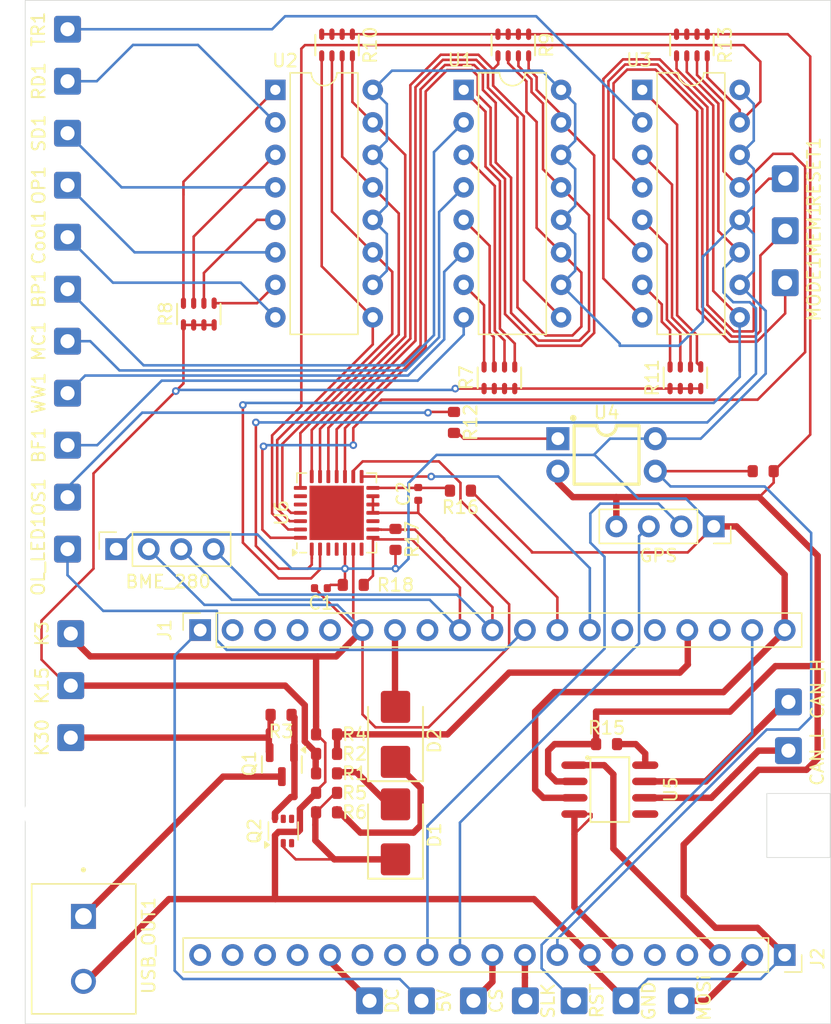
<source format=kicad_pcb>
(kicad_pcb (version 20241229) (generator "pcbnew") (generator_version "9.0")
  (title_block (title "BrakeOut Board") (comment 2 "(c) Norbert Schechner"))
  (layers (0 "F.Cu" signal) (2 "B.Cu" signal) (13 "F.Paste" user) (15 "B.Paste" user) (5 "F.SilkS" user "F.Silkscreen") (7 "B.SilkS" user "B.Silkscreen") (1 "F.Mask" user) (3 "B.Mask" user) (25 "Edge.Cuts" user))
  (net 0 "")
  (net 1 "Net-(5V1-Pin_1)")
  (net 2 "Net-(BF1-Pin_1)")
  (net 3 "Net-(U6-~{RESET})")
  (net 4 "CAN Modul CTX")
  (net 5 "CAN Modul RTX")
  (net 6 "Net-(CS1-Pin_1)")
  (net 7 "Net-(D1-Pad2)")
  (net 8 "Net-(Q2A-B1)")
  (net 9 "Net-(D2-Pad1)")
  (net 10 "Net-(DC1-Pin_1)")
  (net 11 "Net-(R7-Pad8)")
  (net 12 "Net-(R7-Pad5)")
  (net 13 "Net-(R7-Pad6)")
  (net 14 "Net-(R7-Pad7)")
  (net 15 "Net-(R11-Pad6)")
  (net 16 "Net-(R11-Pad5)")
  (net 17 "Net-(R11-Pad8)")
  (net 18 "Net-(R11-Pad7)")
  (net 19 "Net-(R12-Pad2)")
  (net 20 "/Latch_Circuit/12 V out")
  (net 21 "K15")
  (net 22 "/Latch_Circuit/K30")
  (net 23 "VoltMeasurement")
  (net 24 "StayOn")
  (net 25 "GPIO 32 (PIN 7)")
  (net 26 "GPIO 14 (PIN 12)")
  (net 27 "GPIO 27 (PIN 11)")
  (net 28 "GPIO 33 (PIN 8)")
  (net 29 "GPIO 35 (PIN 6)")
  (net 30 "GPIO 13 (PIN 15)")
  (net 31 "3,3 V from ESP")
  (net 32 "GPIO 26 (PIN 10)")
  (net 33 "GPIO 34 (PIN 5)")
  (net 34 "/Optocopler/Coolant")
  (net 35 "/Optocopler/WhiperWater")
  (net 36 "/Optocopler/BrakePads")
  (net 37 "/Optocopler/OilPresure")
  (net 38 "/Optocopler/SlidingDoor")
  (net 39 "GPIO 0 (PIN 25)")
  (net 40 "GPIO 16 (PIN 27)")
  (net 41 "GPIO 17 (PIN 28)")
  (net 42 "/Optocopler/ResetButton")
  (net 43 "/Optocopler/MemoryButton")
  (net 44 "/Optocopler/Trunk")
  (net 45 "/Optocopler/ModeButton")
  (net 46 "GPIO 4 (PIN 26)")
  (net 47 "GPIO 19 (PIN 31)")
  (net 48 "/CAN Modul/CAN_H")
  (net 49 "/CAN Modul/CAN_L")
  (net 50 "PortExpander GPA2")
  (net 51 "/Optocopler/DoorRight")
  (net 52 "Net-(J1-Pin_11)")
  (net 57 "Net-(J1-Pin_18)")
  (net 58 "Net-(J2-Pin_9)")
  (net 63 "Net-(J2-Pin_2)")
  (net 66 "Net-(MC1-Pin_1)")
  (net 67 "Net-(OS1-Pin_1)")
  (net 68 "Net-(Q1-G)")
  (net 69 "Net-(R8-Pad5)")
  (net 70 "Net-(R8-Pad8)")
  (net 71 "Net-(R8-Pad7)")
  (net 72 "Net-(R8-Pad6)")
  (net 73 "Net-(U5-RS)")
  (net 82 "PortExpander GPA0")
  (net 83 "PortExpander GPA5")
  (net 84 "PortExpander GPA1")
  (net 85 "PortExpander GPA3")
  (net 86 "PortExpander GPB1")
  (net 87 "PortExpander GPB0")
  (net 88 "PortExpander GPA4")
  (net 89 "PortExpander GPB4")
  (net 90 "PortExpander GPB3")
  (net 91 "PortExpander GPB5")
  (net 92 "PortExpander GPB2")
  (net 93 "GND")
  (footprint "Package_DIP:DIP-16_W7.62mm" (layer "F.Cu") (at 158.3056 81.6032)
    (property "Reference" "U1")
    (property "Value" "LTV-847")
  )
  (footprint "PCM_JLCPCB:R_0603" (layer "F.Cu") (at 149.6696 120.2972 180)
    (property "Reference" "R18")
    (property "Value" "4,7k")
  )
  (footprint "PCM_JLCPCB:Q_SOT-23" (layer "F.Cu") (at 144.0816 134.3432 -90)
    (property "Reference" "Q1")
    (property "Value" "LBSS84LT1G")
  )
  (footprint "Connector_Wire:SolderWire-0.5sqmm_1x01_D0.9mm_OD2.1mm" (layer "F.Cu") (at 127.3176 109.3752 90)
    (property "Reference" "BF1")
    (property "Value" "BrakeFluid" (hide yes))
  )
  (footprint "Connector_Wire:SolderWire-0.5sqmm_1x01_D0.9mm_OD2.1mm" (layer "F.Cu") (at 171.0056 152.8092 180)
    (property "Reference" "GND")
    (property "Value" "TFT_GND" (hide yes))
  )
  (footprint "Custom:PHOENIX_1729128_2x2,54" (layer "F.Cu") (at 124.5126 143.6697 -90)
    (property "Reference" "USB_OUT1")
    (property "Value" "To USB converter" (hide yes))
  )
  (footprint "PCM_JLCPCB:R_0603" (layer "F.Cu") (at 152.9716 116.7412 -90)
    (property "Reference" "R17")
    (property "Value" "4,7k")
  )
  (footprint "PCM_JLCPCB:R_0603x4" (layer "F.Cu") (at 148.3996 78.1032 -90)
    (property "Reference" "R10")
    (property "Value" "10kΩ")
  )
  (footprint "PCM_JLCPCB:R_0603x4" (layer "F.Cu") (at 161.0996 104.1032 90)
    (property "Reference" "R7")
    (property "Value" "4.7kΩ")
  )
  (footprint "Connector_Wire:SolderWire-0.5sqmm_1x01_D0.9mm_OD2.1mm" (layer "F.Cu") (at 127.3176 101.2472 90)
    (property "Reference" "MC1")
    (property "Value" "MotorCap" (hide yes))
  )
  (footprint "PCM_JLCPCB:R_0603" (layer "F.Cu") (at 144.0236 130.4572 180)
    (property "Reference" "R3")
    (property "Value" "100kΩ")
  )
  (footprint "Connector_Wire:SolderWire-0.5sqmm_1x01_D0.9mm_OD2.1mm" (layer "F.Cu") (at 150.9396 152.8092)
    (property "Reference" "DC")
    (property "Value" "TFT_DC" (hide yes))
  )
  (footprint "Connector_Wire:SolderWire-0.5sqmm_1x01_D0.9mm_OD2.1mm" (layer "F.Cu") (at 159.0676 152.8092)
    (property "Reference" "CS")
    (property "Value" "TFT_CS" (hide yes))
  )
  (footprint "Package_TO_SOT_SMD:SOT-363_SC-70-6" (layer "F.Cu") (at 144.1936 139.5352 90)
    (property "Reference" "Q2")
    (property "Value" "MMDT3904")
  )
  (footprint "PCM_JLCPCB:R_0603" (layer "F.Cu") (at 147.5796 136.5532)
    (property "Reference" "R5")
    (property "Value" "100kΩ")
  )
  (footprint "Connector_Wire:SolderWire-0.5sqmm_1x01_D0.9mm_OD2.1mm" (layer "F.Cu") (at 183.4516 92.6112 -90)
    (property "Reference" "MEM1")
    (property "Value" "Memory")
  )
  (footprint "PCM_JLCPCB:R_0603x4" (layer "F.Cu") (at 137.5856 99.1272 90)
    (property "Reference" "R8")
    (property "Value" "4.7kΩ")
  )
  (footprint "PCM_JLCPCB:R_0603x4" (layer "F.Cu") (at 176.1556 78.1032 -90)
    (property "Reference" "R13")
    (property "Value" "10kΩ")
  )
  (footprint "Connector_PinSocket_2.54mm:PinSocket_1x19_P2.54mm_Vertical" (layer "F.Cu") (at 183.4118 149.2278 -90)
    (property "Reference" "J2")
    (property "Value" "Conn_01x19_Socket" (hide yes))
  )
  (footprint "PCM_JLCPCB:SOIC-8_L4.9-W3.9-P1.27-LS6.0-BL" (layer "F.Cu") (at 169.7356 136.2992 -90)
    (property "Reference" "U5")
    (property "Value" "SN65HVD230DR")
  )
  (footprint "Connector_Wire:SolderWire-0.5sqmm_1x01_D0.9mm_OD2.1mm" (layer "F.Cu") (at 155.0036 152.8092)
    (property "Reference" "5V")
    (property "Value" "TFT_5V" (hide yes))
  )
  (footprint "MountingHole:MountingHole_3.2mm_M3" (layer "F.Cu") (at 179.6616 142.8032)
    (property "Reference" "Hole_4" (hide yes))
    (property "Value" "MountingHole_3.2mm_M3" (hide yes))
  )
  (footprint "Connector_Wire:SolderWire-0.5sqmm_1x01_D0.9mm_OD2.1mm" (layer "F.Cu") (at 127.3176 105.3112 90)
    (property "Reference" "WW1")
    (property "Value" "WhiperWater" (hide yes))
  )
  (footprint "Connector_PinSocket_2.54mm:PinSocket_1x19_P2.54mm_Vertical" (layer "F.Cu") (at 137.6918 123.8278 90)
    (property "Reference" "J1")
    (property "Value" "Conn_01x19_Socket" (hide yes))
  )
  (footprint "Connector_Wire:SolderWire-0.5sqmm_1x01_D0.9mm_OD2.1mm" (layer "F.Cu") (at 127.5716 132.2352 90)
    (property "Reference" "K30")
    (property "Value" "K30")
  )
  (footprint "Connector_Wire:SolderWire-0.5sqmm_1x01_D0.9mm_OD2.1mm" (layer "F.Cu") (at 127.3176 84.9912 90)
    (property "Reference" "SD1")
    (property "Value" "Door_S" (hide yes))
  )
  (footprint "PCM_JLCPCB:C_0402" (layer "F.Cu") (at 147.1376 120.5512 180)
    (property "Reference" "C1")
    (property "Value" "100nF")
  )
  (footprint "Connector_PinSocket_2.54mm:PinSocket_1x04_P2.54mm_Vertical" (layer "F.Cu") (at 177.8636 115.7252 -90)
    (property "Reference" "GPS")
    (property "Value" "GPS Modul expansion port")
  )
  (footprint "PCM_JLCPCB:D_SMB" (layer "F.Cu") (at 152.9716 139.6012 90)
    (property "Reference" "D1")
    (property "Value" "S3MB")
  )
  (footprint "Connector_Wire:SolderWire-0.5sqmm_1x01_D0.9mm_OD2.1mm" (layer "F.Cu") (at 183.4516 96.6752 -90)
    (property "Reference" "MODE1")
    (property "Value" "Mode")
  )
  (footprint "PCM_JLCPCB:R_0603" (layer "F.Cu") (at 169.4816 132.7432 180)
    (property "Reference" "R15")
    (property "Value" "10kΩ")
  )
  (footprint "PCM_JLCPCB:R_0603" (layer "F.Cu") (at 147.5796 133.5052)
    (property "Reference" "R2")
    (property "Value" "220kΩ")
  )
  (footprint "Package_DIP:DIP-16_W7.62mm" (layer "F.Cu") (at 172.2731 81.6032)
    (property "Reference" "U3")
    (property "Value" "LTV-847")
  )
  (footprint "MountingHole:MountingHole_3.2mm_M3" (layer "F.Cu") (at 135.7116 111.9032)
    (property "Reference" "Hole_2" (hide yes))
    (property "Value" "MountingHole_3.2mm_M3" (hide yes))
  )
  (footprint "Connector_Wire:SolderWire-0.5sqmm_1x01_D0.9mm_OD2.1mm" (layer "F.Cu") (at 183.7056 133.2512 -90)
    (property "Reference" "CAN_L")
    (property "Value" "Can_L")
  )
  (footprint "Package_DIP:DIP-16_W7.62mm" (layer "F.Cu") (at 143.5736 81.6032)
    (property "Reference" "U2")
    (property "Value" "LTV-847")
  )
  (footprint "Connector_Wire:SolderWire-0.5sqmm_1x01_D0.9mm_OD2.1mm" (layer "F.Cu") (at 127.3176 89.0552 90)
    (property "Reference" "OP1")
    (property "Value" "OilPresure" (hide yes))
  )
  (footprint "Connector_Wire:SolderWire-0.5sqmm_1x01_D0.9mm_OD2.1mm" (layer "F.Cu") (at 163.1316 152.8092)
    (property "Reference" "SLK")
    (property "Value" "TFT_SLK" (hide yes))
  )
  (footprint "Connector_PinSocket_2.54mm:PinSocket_1x04_P2.54mm_Vertical" (layer "F.Cu") (at 131.1276 117.5032 90)
    (property "Reference" "BME_280")
    (property "Value" "BME280_conn" (hide yes))
  )
  (footprint "PCM_JLCPCB:R_0603" (layer "F.Cu") (at 147.5796 138.0772)
    (property "Reference" "R6")
    (property "Value" "220Ω")
  )
  (footprint "MountingHole:MountingHole_3.2mm_M3" (layer "F.Cu") (at 125.5116 138.2032)
    (property "Reference" "Hole_1" (hide yes))
    (property "Value" "MountingHole_3.2mm_M3" (hide yes))
  )
  (footprint "Connector_Wire:SolderWire-0.5sqmm_1x01_D0.9mm_OD2.1mm" (layer "F.Cu") (at 183.7056 129.4412 -90)
    (property "Reference" "CAN_H")
    (property "Value" "Can_H")
  )
  (footprint "PCM_JLCPCB:R_0603" (layer "F.Cu") (at 147.5796 135.0292)
    (property "Reference" "R1")
    (property "Value" "10kΩ")
  )
  (footprint "PCM_JLCPCB:R_0603" (layer "F.Cu") (at 157.5436 107.5972 -90)
    (property "Reference" "R12")
    (property "Value" "4.7kΩ")
  )
  (footprint "Connector_Wire:SolderWire-0.5sqmm_1x01_D0.9mm_OD2.1mm" (layer "F.Cu") (at 127.3176 80.9272 90)
    (property "Reference" "RD1")
    (property "Value" "Door_R" (hide yes))
  )
  (footprint "MountingHole:MountingHole_3.2mm_M3" (layer "F.Cu") (at 135.2116 82.1032)
    (property "Reference" "Hole_3" (hide yes))
    (property "Value" "MountingHole_3.2mm_M3" (hide yes))
  )
  (footprint "Connector_Wire:SolderWire-0.5sqmm_1x01_D0.9mm_OD2.1mm" (layer "F.Cu") (at 127.3176 97.1832 90)
    (property "Reference" "BP1")
    (property "Value" "BrakePads" (hide yes))
  )
  (footprint "Connector_Wire:SolderWire-0.5sqmm_1x01_D0.9mm_OD2.1mm" (layer "F.Cu") (at 127.5716 128.1712 90)
    (property "Reference" "K15")
    (property "Value" "K15")
  )
  (footprint "Connector_Wire:SolderWire-0.5sqmm_1x01_D0.9mm_OD2.1mm" (layer "F.Cu") (at 127.3176 117.5032 90)
    (property "Reference" "OL_LED1")
    (property "Value" "O_Lev_LED" (hide yes))
  )
  (footprint "JLCPCB:DIP-4_L6.5-W4.6-P2.54-LS7.6-BL-1" (layer "F.Cu") (at 169.4816 110.1372 -90)
    (property "Reference" "U4")
    (property "Value" "EL817(B)-F")
  )
  (footprint "PCM_JLCPCB:C_0402" (layer "F.Cu") (at 154.7496 113.1852 90)
    (property "Reference" "C2")
    (property "Value" "100nF")
  )
  (footprint "PCM_JLCPCB:D_SMB" (layer "F.Cu") (at 152.9716 131.9812 90)
    (property "Reference" "D2")
    (property "Value" "S3MB")
  )
  (footprint "PCM_JLCPCB:R_0603" (layer "F.Cu") (at 181.7316 111.4072 180)
    (property "Reference" "R14" (hide yes))
    (property "Value" "10kΩ")
  )
  (footprint "Connector_Wire:SolderWire-0.5sqmm_1x01_D0.9mm_OD2.1mm" (layer "F.Cu") (at 166.9416 152.8092 180)
    (property "Reference" "RST")
    (property "Value" "TFT_RST" (hide yes))
  )
  (footprint "PCM_JLCPCB:R_0603" (layer "F.Cu") (at 158.0516 112.9312 180)
    (property "Reference" "R16")
    (property "Value" "10kΩ")
  )
  (footprint "Connector_Wire:SolderWire-0.5sqmm_1x01_D0.9mm_OD2.1mm" (layer "F.Cu") (at 127.3176 113.4392 90)
    (property "Reference" "OS1")
    (property "Value" "oilSensor" (hide yes))
  )
  (footprint "Package_DFN_QFN:QFN-28-1EP_6x6mm_P0.65mm_EP4.25x4.25mm" (layer "F.Cu") (at 148.3696 114.6657 90)
    (property "Reference" "U6")
    (property "Value" "MCP23017_ML")
  )
  (footprint "Connector_Wire:SolderWire-0.5sqmm_1x01_D0.9mm_OD2.1mm" (layer "F.Cu") (at 127.3176 93.1192 90)
    (property "Reference" "Cool1")
    (property "Value" "Coolant" (hide yes))
  )
  (footprint "Connector_Wire:SolderWire-0.5sqmm_1x01_D0.9mm_OD2.1mm" (layer "F.Cu") (at 175.3236 152.8092)
    (property "Reference" "MOSi")
    (property "Value" "TFT_MOSI" (hide yes))
  )
  (footprint "PCM_JLCPCB:R_0603x4" (layer "F.Cu") (at 162.1856 78.1032 -90)
    (property "Reference" "R9")
    (property "Value" "10kΩ")
  )
  (footprint "Connector_Wire:SolderWire-0.5sqmm_1x01_D0.9mm_OD2.1mm" (layer "F.Cu") (at 183.4516 88.5472 -90)
    (property "Reference" "RESET1")
    (property "Value" "Reset")
  )
  (footprint "PCM_JLCPCB:R_0603x4" (layer "F.Cu") (at 175.6476 104.1032 90)
    (property "Reference" "R11")
    (property "Value" "4.7kΩ")
  )
  (footprint "Connector_Wire:SolderWire-0.5sqmm_1x01_D0.9mm_OD2.1mm" (layer "F.Cu") (at 127.3176 76.8632 -90)
    (property "Reference" "TR1")
    (property "Value" "Trunk" (hide yes))
  )
  (footprint "Connector_Wire:SolderWire-0.5sqmm_1x01_D0.9mm_OD2.1mm" (layer "F.Cu") (at 127.5716 124.1072 90)
    (property "Reference" "K3")
    (property "Value" "K31")
  )
  (footprint "PCM_JLCPCB:R_0603" (layer "F.Cu") (at 147.5796 131.9812 180)
    (property "Reference" "R4")
    (property "Value" "33kΩ")
  )
  (gr_rect (start 124.0116 74.6032) (end 187.0116 154.6032) (stroke (width 0.05)) (fill no) (layer "Edge.Cuts"))
  (gr_rect (start 182.0116 136.6032) (end 186.9616 141.6032) (stroke (width 0.05)) (fill no) (layer "Edge.Cuts"))
  (segment (start 153.2976 151.1032) (end 136.353946 151.1032) (width 0.2) (layer "B.Cu") (net 1))
  (segment (start 135.6996 125.82) (end 137.6918 123.8278) (width 0.2) (layer "B.Cu") (net 1))
  (segment (start 155.0036 152.8092) (end 153.2976 151.1032) (width 0.2) (layer "B.Cu") (net 1))
  (segment (start 136.353946 151.1032) (end 135.6996 150.448854) (width 0.2) (layer "B.Cu") (net 1))
  (segment (start 135.6996 150.448854) (end 135.6996 125.82) (width 0.2) (layer "B.Cu") (net 1))
  (segment (start 129.6416 109.3752) (end 134.6836 104.3332) (width 0.2) (layer "B.Cu") (net 2))
  (segment (start 154.7108 104.3332) (end 158.3056 100.7384) (width 0.2) (layer "B.Cu") (net 2))
  (segment (start 127.3176 109.3752) (end 129.6416 109.3752) (width 0.2) (layer "B.Cu") (net 2))
  (segment (start 158.3056 100.7384) (end 158.3056 99.3832) (width 0.2) (layer "B.Cu") (net 2))
  (segment (start 134.6836 104.3332) (end 154.7108 104.3332) (width 0.2) (layer "B.Cu") (net 2))
  (segment (start 151.2071 112.7157) (end 157.0161 112.7157) (width 0.2) (layer "F.Cu") (net 3))
  (segment (start 166.966 134.389) (end 169.2974 134.389) (width 0.5) (layer "F.Cu") (net 4))
  (segment (start 169.2974 134.389) (end 170.0116 135.1032) (width 0.5) (layer "F.Cu") (net 4))
  (segment (start 170.0116 135.1032) (end 170.0116 140.9076) (width 0.5) (layer "F.Cu") (net 4))
  (segment (start 170.0116 140.9076) (end 178.3318 149.2278) (width 0.5) (layer "F.Cu") (net 4))
  (segment (start 167.752 138.996) (end 167.753 138.996) (width 0.2) (layer "F.Cu") (net 5))
  (segment (start 166.966 138.209) (end 168.292 138.209) (width 0.2) (layer "F.Cu") (net 5))
  (segment (start 166.966 139.783) (end 166.966 145.482) (width 0.5) (layer "F.Cu") (net 5))
  (segment (start 166.966 139.783) (end 167.752 138.996) (width 0.2) (layer "F.Cu") (net 5))
  (segment (start 168.0281 138.7206) (end 168.292 138.456) (width 0.2) (layer "F.Cu") (net 5))
  (segment (start 166.966 138.209) (end 166.966 139.783) (width 0.5) (layer "F.Cu") (net 5))
  (segment (start 167.753 138.996) (end 167.915 138.834) (width 0.2) (layer "F.Cu") (net 5))
  (segment (start 168.0281 138.7206) (end 168.2923 138.4564) (width 0.2) (layer "F.Cu") (net 5))
  (segment (start 168.292 138.456) (end 168.292 138.209) (width 0.2) (layer "F.Cu") (net 5))
  (segment (start 168.2923 138.4564) (end 168.2923 138.2092) (width 0.2) (layer "F.Cu") (net 5))
  (segment (start 167.752 138.996) (end 168.292 138.456) (width 0.2) (layer "F.Cu") (net 5))
  (segment (start 166.966 145.482) (end 170.7118 149.2278) (width 0.5) (layer "F.Cu") (net 5))
  (segment (start 167.915 138.834) (end 168.0281 138.7206) (width 0.2) (layer "F.Cu") (net 5))
  (segment (start 166.9656 138.2092) (end 168.2923 138.2092) (width 0.2) (layer "F.Cu") (net 5))
  (segment (start 160.181 151.696) (end 159.81 152.067) (width 0.5) (layer "F.Cu") (net 6))
  (segment (start 160.552 150.276) (end 160.552 149.752) (width 0.2) (layer "F.Cu") (net 6))
  (segment (start 160.552 149.752) (end 160.552 150.276) (width 0.5) (layer "F.Cu") (net 6))
  (segment (start 160.552 151.325) (end 160.181 151.696) (width 0.5) (layer "F.Cu") (net 6))
  (segment (start 160.552 150.276) (end 160.552 151.325) (width 0.5) (layer "F.Cu") (net 6))
  (segment (start 160.181 151.696) (end 159.81 152.067) (width 0.2) (layer "F.Cu") (net 6))
  (segment (start 152.331 137.359) (end 149.909 134.937) (width 0.5) (layer "F.Cu") (net 7))
  (segment (start 149.909 134.937) (end 148.492 134.937) (width 0.5) (layer "F.Cu") (net 7))
  (segment (start 148.045 136.782) (end 148.132 136.695) (width 0.2) (layer "F.Cu") (net 8))
  (segment (start 148.1822 141.7512) (end 152.9716 141.7512) (width 0.5) (layer "F.Cu") (net 8))
  (segment (start 144.194 140.741) (end 144.194 140.742) (width 0.2) (layer "F.Cu") (net 8))
  (segment (start 148.045 136.782) (end 148.171 136.782) (width 0.2) (layer "F.Cu") (net 8))
  (segment (start 146.702 139.052) (end 146.702 138.442) (width 0.5) (layer "F.Cu") (net 8))
  (segment (start 146.702 139.052) (end 146.76 138.994) (width 0.2) (layer "F.Cu") (net 8))
  (segment (start 146.702 140.271) (end 146.702 139.052) (width 0.5) (layer "F.Cu") (net 8))
  (segment (start 146.76 138.994) (end 146.76 138.447) (width 0.2) (layer "F.Cu") (net 8))
  (segment (start 145.072901 141.657899) (end 145.074 141.659) (width 0.2) (layer "F.Cu") (net 8))
  (segment (start 145.072901 141.657899) (end 145.166202 141.7512) (width 0.2) (layer "F.Cu") (net 8))
  (segment (start 146.702 138.442) (end 146.702 137.832) (width 0.5) (layer "F.Cu") (net 8))
  (segment (start 145.166202 141.7512) (end 148.1822 141.7512) (width 0.2) (layer "F.Cu") (net 8))
  (segment (start 144.194 140.741) (end 144.194 140.705) (width 0.2) (layer "F.Cu") (net 8))
  (segment (start 144.194 140.778) (end 145.072901 141.657899) (width 0.2) (layer "F.Cu") (net 8))
  (segment (start 146.702 140.271) (end 148.1822 141.7512) (width 0.5) (layer "F.Cu") (net 8))
  (segment (start 144.194 140.742) (end 144.194 140.778) (width 0.2) (layer "F.Cu") (net 8))
  (segment (start 148.045 136.782) (end 146.76 138.067) (width 0.2) (layer "F.Cu") (net 8))
  (segment (start 154.938 136.172) (end 152.972 134.206) (width 0.5) (layer "F.Cu") (net 9))
  (segment (start 148.852 138.289) (end 149.31 138.746) (width 0.5) (layer "F.Cu") (net 9))
  (segment (start 154.38 139.661) (end 154.938 139.102) (width 0.5) (layer "F.Cu") (net 9))
  (segment (start 148.395 137.832) (end 148.852 138.289) (width 0.5) (layer "F.Cu") (net 9))
  (segment (start 148.852 138.289) (end 148.611 138.289) (width 0.2) (layer "F.Cu") (net 9))
  (segment (start 150.224 139.661) (end 154.38 139.661) (width 0.5) (layer "F.Cu") (net 9))
  (segment (start 149.069 138.746) (end 148.734 138.412) (width 0.2) (layer "F.Cu") (net 9))
  (segment (start 154.938 139.102) (end 154.938 136.172) (width 0.5) (layer "F.Cu") (net 9))
  (segment (start 149.31 138.746) (end 150.224 139.661) (width 0.5) (layer "F.Cu") (net 9))
  (segment (start 149.31 138.746) (end 149.069 138.746) (width 0.2) (layer "F.Cu") (net 9))
  (segment (start 147.852 149.721) (end 150.9396 152.8086) (width 0.5) (layer "F.Cu") (net 10))
  (segment (start 159.8996 103.2532) (end 159.8996 98.4372) (width 0.2) (layer "F.Cu") (net 11))
  (segment (start 159.8996 98.4372) (end 158.3056 96.8432) (width 0.2) (layer "F.Cu") (net 11))
  (segment (start 162.2996 103.2532) (end 162.2996 101.4312) (width 0.2) (layer "F.Cu") (net 12))
  (segment (start 161.1376 88.7292) (end 160.0116 87.6032) (width 0.2) (layer "F.Cu") (net 12))
  (segment (start 161.1376 100.2692) (end 161.1376 88.7292) (width 0.2) (layer "F.Cu") (net 12))
  (segment (start 160.0116 87.6032) (end 160.0116 83.3092) (width 0.2) (layer "F.Cu") (net 12))
  (segment (start 162.2996 101.4312) (end 161.1376 100.2692) (width 0.2) (layer "F.Cu") (net 12))
  (segment (start 160.0116 83.3092) (end 158.3056 81.6032) (width 0.2) (layer "F.Cu") (net 12))
  (segment (start 160.7376 100.434886) (end 160.7376 89.1152) (width 0.2) (layer "F.Cu") (net 13))
  (segment (start 161.4996 101.196886) (end 160.7376 100.434886) (width 0.2) (layer "F.Cu") (net 13))
  (segment (start 160.7376 89.1152) (end 158.3056 86.6832) (width 0.2) (layer "F.Cu") (net 13))
  (segment (start 161.4996 103.2532) (end 161.4996 101.196886) (width 0.2) (layer "F.Cu") (net 13))
  (segment (start 160.3376 100.600572) (end 160.3376 93.7952) (width 0.2) (layer "F.Cu") (net 14))
  (segment (start 160.6586 103.2122) (end 160.6586 100.921572) (width 0.2) (layer "F.Cu") (net 14))
  (segment (start 160.6586 100.921572) (end 160.3376 100.600572) (width 0.2) (layer "F.Cu") (net 14))
  (segment (start 160.3376 93.7952) (end 158.3056 91.7632) (width 0.2) (layer "F.Cu") (net 14))
  (segment (start 174.5996 89.0097) (end 172.2731 86.6832) (width 0.2) (layer "F.Cu") (net 15))
  (segment (start 174.5996 99.391828) (end 174.5996 89.0097) (width 0.2) (layer "F.Cu") (net 15))
  (segment (start 176.0476 100.839828) (end 174.5996 99.391828) (width 0.2) (layer "F.Cu") (net 15))
  (segment (start 176.0476 103.2532) (end 176.0476 100.839828) (width 0.2) (layer "F.Cu") (net 15))
  (segment (start 174.9996 84.3297) (end 172.2731 81.6032) (width 0.2) (layer "F.Cu") (net 16))
  (segment (start 176.8476 103.2532) (end 176.5476 102.9532) (width 0.2) (layer "F.Cu") (net 16))
  (segment (start 176.5476 100.774142) (end 174.9996 99.226142) (width 0.2) (layer "F.Cu") (net 16))
  (segment (start 176.5476 102.9532) (end 176.5476 100.774142) (width 0.2) (layer "F.Cu") (net 16))
  (segment (start 174.9996 99.226142) (end 174.9996 84.3297) (width 0.2) (layer "F.Cu") (net 16))
  (segment (start 173.7996 98.3697) (end 172.2731 96.8432) (width 0.2) (layer "F.Cu") (net 17))
  (segment (start 174.4476 100.3712) (end 173.7996 99.7232) (width 0.2) (layer "F.Cu") (net 17))
  (segment (start 174.4476 103.2532) (end 174.4476 100.3712) (width 0.2) (layer "F.Cu") (net 17))
  (segment (start 173.7996 99.7232) (end 173.7996 98.3697) (width 0.2) (layer "F.Cu") (net 17))
  (segment (start 175.2476 103.2532) (end 175.2476 100.605514) (width 0.2) (layer "F.Cu") (net 18))
  (segment (start 175.2476 100.605514) (end 174.1996 99.557514) (width 0.2) (layer "F.Cu") (net 18))
  (segment (start 174.1996 99.557514) (end 174.1996 93.6897) (width 0.2) (layer "F.Cu") (net 18))
  (segment (start 174.1996 93.6897) (end 172.2731 91.7632) (width 0.2) (layer "F.Cu") (net 18))
  (segment (start 158.3056 108.8672) (end 157.8556 108.4172) (width 0.2) (layer "F.Cu") (net 19))
  (segment (start 158.3056 108.8672) (end 165.6716 108.8672) (width 0.2) (layer "F.Cu") (net 19))
  (segment (start 139.4891 135.2832) (end 128.5626 146.2097) (width 0.5) (layer "F.Cu") (net 20))
  (segment (start 144.0816 135.2832) (end 139.4891 135.2832) (width 0.5) (layer "F.Cu") (net 20))
  (segment (start 129.3496 111.5856) (end 129.3496 119.0272) (width 0.2) (layer "F.Cu") (net 21))
  (segment (start 159.8996 104.9532) (end 176.8476 104.9532) (width 0.2) (layer "F.Cu") (net 21))
  (segment (start 157.6476 104.9532) (end 159.8996 104.9532) (width 0.2) (layer "F.Cu") (net 21))
  (segment (start 135.7888 105.1464) (end 136.3856 104.5496) (width 0.2) (layer "F.Cu") (net 21))
  (segment (start 129.3496 119.0272) (end 125.2856 123.0912) (width 0.2) (layer "F.Cu") (net 21))
  (segment (start 145.877 132.537) (end 145.877 129.701) (width 0.5) (layer "F.Cu") (net 21))
  (segment (start 136.3856 99.9772) (end 138.7856 99.9772) (width 0.2) (layer "F.Cu") (net 21))
  (segment (start 125.2856 126.1386) (end 127.3179 128.1709) (width 0.2) (layer "F.Cu") (net 21))
  (segment (start 136.3856 104.5496) (end 136.3856 99.9772) (width 0.2) (layer "F.Cu") (net 21))
  (segment (start 135.7888 105.1464) (end 129.3496 111.5856) (width 0.2) (layer "F.Cu") (net 21))
  (segment (start 146.727 133.505) (end 146.727 134.136) (width 0.5) (layer "F.Cu") (net 21))
  (segment (start 145.877 129.701) (end 144.347 128.171) (width 0.5) (layer "F.Cu") (net 21))
  (segment (start 144.347 128.171) (end 127.318 128.171) (width 0.5) (layer "F.Cu") (net 21))
  (segment (start 145.877 132.537) (end 146.727 133.387) (width 0.5) (layer "F.Cu") (net 21))
  (segment (start 146.727 134.136) (end 146.76 134.104) (width 0.2) (layer "F.Cu") (net 21))
  (segment (start 125.2856 123.0912) (end 125.2856 126.1386) (width 0.2) (layer "F.Cu") (net 21))
  (segment (start 146.76 134.104) (end 146.76 133.804) (width 0.2) (layer "F.Cu") (net 21))
  (segment (start 146.727 134.136) (end 146.727 134.886) (width 0.5) (layer "F.Cu") (net 21))
  (via (at 135.7888 105.1464) (size 0.6) (drill 0.3) (layers "F.Cu" "B.Cu") (net 21))
  (via (at 157.6476 104.9532) (size 0.6) (drill 0.3) (layers "F.Cu" "B.Cu") (net 21))
  (segment (start 157.5436 105.0572) (end 157.6476 104.9532) (width 0.2) (layer "B.Cu") (net 21))
  (segment (start 135.7888 105.1464) (end 135.878 105.0572) (width 0.2) (layer "B.Cu") (net 21))
  (segment (start 135.878 105.0572) (end 157.5436 105.0572) (width 0.2) (layer "B.Cu") (net 21))
  (segment (start 143.0656 131.7272) (end 143.2036 131.5892) (width 0.5) (layer "F.Cu") (net 22))
  (segment (start 143.0656 133.3372) (end 143.1316 133.4032) (width 0.5) (layer "F.Cu") (net 22))
  (segment (start 143.0656 132.2352) (end 143.0656 133.3372) (width 0.5) (layer "F.Cu") (net 22))
  (segment (start 143.0656 132.2352) (end 143.0656 131.7272) (width 0.5) (layer "F.Cu") (net 22))
  (segment (start 127.3176 132.2352) (end 143.0656 132.2352) (width 0.5) (layer "F.Cu") (net 22))
  (segment (start 143.2036 131.5892) (end 143.2036 130.4572) (width 0.5) (layer "F.Cu") (net 22))
  (segment (start 175.843 126.52) (end 175.832 126.51) (width 0.5) (layer "F.Cu") (net 23))
  (segment (start 175.208 127.155) (end 175.843 126.52) (width 0.5) (layer "F.Cu") (net 23))
  (segment (start 148.3996 133.5052) (end 148.3996 131.9812) (width 0.5) (layer "F.Cu") (net 23))
  (segment (start 148.3996 131.9812) (end 157.0358 131.9812) (width 0.5) (layer "F.Cu") (net 23))
  (segment (start 157.0358 131.9812) (end 161.862 127.155) (width 0.5) (layer "F.Cu") (net 23))
  (segment (start 175.832 126.51) (end 175.832 123.828) (width 0.5) (layer "F.Cu") (net 23))
  (segment (start 161.862 127.155) (end 175.208 127.155) (width 0.5) (layer "F.Cu") (net 23))
  (segment (start 152.9318 123.8278) (end 152.9318 129.7914) (width 0.5) (layer "F.Cu") (net 24))
  (segment (start 155.7656 111.828) (end 150.32 111.828) (width 0.2) (layer "F.Cu") (net 25))
  (via (at 155.7656 111.828) (size 0.6) (drill 0.3) (layers "F.Cu" "B.Cu") (net 25))
  (segment (start 168.1718 123.8278) (end 168.1718 118.9874) (width 0.2) (layer "B.Cu") (net 25))
  (segment (start 168.1718 118.9874) (end 161.0124 111.828) (width 0.2) (layer "B.Cu") (net 25))
  (segment (start 161.0124 111.828) (end 155.7656 111.828) (width 0.2) (layer "B.Cu") (net 25))
  (segment (start 150.4896 120.2972) (end 151.2071 119.5797) (width 0.2) (layer "F.Cu") (net 27))
  (segment (start 151.3332 116.7412) (end 154.2416 116.7412) (width 0.2) (layer "F.Cu") (net 27))
  (segment (start 158.012 120.5116) (end 158.012 123.42) (width 0.2) (layer "F.Cu") (net 27))
  (segment (start 151.208 116.616) (end 151.3332 116.7412) (width 0.2) (layer "F.Cu") (net 27))
  (segment (start 154.2416 116.7412) (end 158.012 120.5116) (width 0.2) (layer "F.Cu") (net 27))
  (segment (start 151.2071 119.5797) (end 151.2071 116.6157) (width 0.2) (layer "F.Cu") (net 27))
  (segment (start 155.6432 121.4592) (end 158.0118 123.8278) (width 0.2) (layer "B.Cu") (net 27))
  (segment (start 140.1636 121.4592) (end 155.6432 121.4592) (width 0.2) (layer "B.Cu") (net 27))
  (segment (start 136.2076 117.5032) (end 140.1636 121.4592) (width 0.2) (layer "B.Cu") (net 27))
  (segment (start 150.4058 110.6452) (end 156.373248 110.6452) (width 0.2) (layer "F.Cu") (net 28))
  (segment (start 156.373248 110.6452) (end 158.0516 112.323552) (width 0.2) (layer "F.Cu") (net 28))
  (segment (start 149.67 111.381) (end 150.4058 110.6452) (width 0.2) (layer "F.Cu") (net 28))
  (segment (start 158.0516 113.6932) (end 165.6318 121.2734) (width 0.2) (layer "F.Cu") (net 28))
  (segment (start 149.67 111.492) (end 149.67 111.381) (width 0.2) (layer "F.Cu") (net 28))
  (segment (start 165.6318 121.2734) (end 165.6318 123.8278) (width 0.2) (layer "F.Cu") (net 28))
  (segment (start 158.0516 112.323552) (end 158.0516 113.6932) (width 0.2) (layer "F.Cu") (net 28))
  (segment (start 166.965 136.939) (end 164.534 136.939) (width 0.5) (layer "F.Cu") (net 31))
  (segment (start 163.6396 117.6992) (end 158.8716 112.9312) (width 0.2) (layer "F.Cu") (net 31))
  (segment (start 165.418 128.679) (end 178.626 128.679) (width 0.5) (layer "F.Cu") (net 31))
  (segment (start 147.8916 120.2972) (end 147.6376 120.5512) (width 0.2) (layer "F.Cu") (net 31))
  (segment (start 163.894 130.203) (end 165.418 128.679) (width 0.5) (layer "F.Cu") (net 31))
  (segment (start 175.8316 117.7572) (end 177.8636 115.7252) (width 0.2) (layer "F.Cu") (net 31))
  (segment (start 178.626 128.679) (end 183.412 123.893) (width 0.5) (layer "F.Cu") (net 31))
  (segment (start 152.9716 117.5612) (end 152.9716 119.0272) (width 0.2) (layer "F.Cu") (net 31))
  (segment (start 183.4118 119.4954) (end 183.4118 123.8278) (width 0.5) (layer "F.Cu") (net 31))
  (segment (start 164.534 136.939) (end 163.894 136.299) (width 0.5) (layer "F.Cu") (net 31))
  (segment (start 163.6396 117.7572) (end 163.6396 117.6992) (width 0.2) (layer "F.Cu") (net 31))
  (segment (start 149.0196 117.5032) (end 149.0196 120.1272) (width 0.2) (layer "F.Cu") (net 31))
  (segment (start 148.8496 120.2972) (end 147.8916 120.2972) (width 0.2) (layer "F.Cu") (net 31))
  (segment (start 163.6396 117.7572) (end 175.8316 117.7572) (width 0.2) (layer "F.Cu") (net 31))
  (segment (start 177.8636 115.7252) (end 179.6416 115.7252) (width 0.5) (layer "F.Cu") (net 31))
  (segment (start 179.6416 115.7252) (end 183.4118 119.4954) (width 0.5) (layer "F.Cu") (net 31))
  (segment (start 163.894 136.299) (end 163.894 130.203) (width 0.5) (layer "F.Cu") (net 31))
  (via (at 149.0196 119.0272) (size 0.6) (drill 0.3) (layers "F.Cu" "B.Cu") (net 31))
  (via (at 152.9716 119.0272) (size 0.6) (drill 0.3) (layers "F.Cu" "B.Cu") (net 31))
  (segment (start 179.8931 91.7632) (end 180.9931 92.8632) (width 0.2) (layer "B.Cu") (net 31))
  (segment (start 152.2936 90.6632) (end 151.1936 91.7632) (width 0.2) (layer "B.Cu") (net 31))
  (segment (start 153.9876 112.336671) (end 156.187071 110.1372) (width 0.2) (layer "B.Cu") (net 31))
  (segment (start 151.1936 86.6832) (end 152.2936 87.7832) (width 0.2) (layer "B.Cu") (net 31))
  (segment (start 152.6936 80.1032) (end 164.4256 80.1032) (width 0.2) (layer "B.Cu") (net 31))
  (segment (start 152.2936 95.7432) (end 151.1936 96.8432) (width 0.2) (layer "B.Cu") (net 31))
  (segment (start 168.5456 110.1372) (end 171.9556 113.5472) (width 0.2) (layer "B.Cu") (net 31))
  (segment (start 170.5116 101.4292) (end 170.5116 101.6032) (width 0.2) (layer "B.Cu") (net 31))
  (segment (start 152.2936 87.7832) (end 152.2936 90.6632) (width 0.2) (layer "B.Cu") (net 31))
  (segment (start 179.8931 96.8432) (end 181.9276 98.8777) (width 0.2) (layer "B.Cu") (net 31))
  (segment (start 179.8931 81.6032) (end 180.9931 82.7032) (width 0.2) (layer "B.Cu") (net 31))
  (segment (start 180.9931 85.5832) (end 179.8931 86.6832) (width 0.2) (layer "B.Cu") (net 31))
  (segment (start 180.9931 92.8632) (end 180.9931 95.7432) (width 0.2) (layer "B.Cu") (net 31))
  (segment (start 179.8931 86.6832) (end 180.9931 87.7832) (width 0.2) (layer "B.Cu") (net 31))
  (segment (start 181.9276 98.8777) (end 181.9276 103.7872) (width 0.2) (layer "B.Cu") (net 31))
  (segment (start 176.8476 108.8672) (end 173.2916 108.8672) (width 0.2) (layer "B.Cu") (net 31))
  (segment (start 165.9256 86.6832) (end 167.0256 87.7832) (width 0.2) (layer "B.Cu") (net 31))
  (segment (start 165.9256 91.7632) (end 167.0256 92.8632) (width 0.2) (layer "B.Cu") (net 31))
  (segment (start 151.1936 81.6032) (end 152.2936 82.7032) (width 0.2) (layer "B.Cu") (net 31))
  (segment (start 131.1276 117.5032) (end 132.2776 116.3532) (width 0.2) (layer "B.Cu") (net 31))
  (segment (start 168.4776 110.1372) (end 169.7476 108.8672) (width 0.2) (layer "B.Cu") (net 31))
  (segment (start 153.2256 119.0272) (end 153.9876 118.2652) (width 0.2) (layer "B.Cu") (net 31))
  (segment (start 156.187071 110.1372) (end 168.4776 110.1372) (width 0.2) (layer "B.Cu") (net 31))
  (segment (start 168.4776 110.1372) (end 168.5456 110.1372) (width 0.2) (layer "B.Cu") (net 31))
  (segment (start 142.1696 116.3532) (end 144.8436 119.0272) (width 0.2) (layer "B.Cu") (net 31))
  (segment (start 152.2936 82.7032) (end 152.2936 85.5832) (width 0.2) (layer "B.Cu") (net 31))
  (segment (start 177.0116 99.7247) (end 177.0116 94.6032) (width 0.2) (layer "B.Cu") (net 31))
  (segment (start 171.9556 113.5472) (end 175.6856 113.5472) (width 0.2) (layer "B.Cu") (net 31))
  (segment (start 165.9256 81.6032) (end 167.0256 82.7032) (width 0.2) (layer "B.Cu") (net 31))
  (segment (start 132.2776 116.3532) (end 142.1696 116.3532) (width 0.2) (layer "B.Cu") (net 31))
  (segment (start 167.0256 90.6632) (end 165.9256 91.7632) (width 0.2) (layer "B.Cu") (net 31))
  (segment (start 164.4256 80.1032) (end 165.9256 81.6032) (width 0.2) (layer "B.Cu") (net 31))
  (segment (start 144.8436 119.0272) (end 149.0196 119.0272) (width 0.2) (layer "B.Cu") (net 31))
  (segment (start 181.9276 103.7872) (end 176.8476 108.8672) (width 0.2) (layer "B.Cu") (net 31))
  (segment (start 167.0256 87.7832) (end 167.0256 90.6632) (width 0.2) (layer "B.Cu") (net 31))
  (segment (start 170.5116 101.6032) (end 175.1331 101.6032) (width 0.2) (layer "B.Cu") (net 31))
  (segment (start 180.9931 95.7432) (end 179.8931 96.8432) (width 0.2) (layer "B.Cu") (net 31))
  (segment (start 177.0116 94.6032) (end 177.0531 94.6032) (width 0.2) (layer "B.Cu") (net 31))
  (segment (start 177.0531 94.6032) (end 179.8931 91.7632) (width 0.2) (layer "B.Cu") (net 31))
  (segment (start 151.1936 91.7632) (end 152.2936 92.8632) (width 0.2) (layer "B.Cu") (net 31))
  (segment (start 167.0256 82.7032) (end 167.0256 85.5832) (width 0.2) (layer "B.Cu") (net 31))
  (segment (start 152.2936 92.8632) (end 152.2936 95.7432) (width 0.2) (layer "B.Cu") (net 31))
  (segment (start 152.2936 85.5832) (end 151.1936 86.6832) (width 0.2) (layer "B.Cu") (net 31))
  (segment (start 165.9256 96.8432) (end 170.5116 101.4292) (width 0.2) (layer "B.Cu") (net 31))
  (segment (start 175.6856 113.5472) (end 177.8636 115.7252) (width 0.2) (layer "B.Cu") (net 31))
  (segment (start 167.0256 95.7432) (end 165.9256 96.8432) (width 0.2) (layer "B.Cu") (net 31))
  (segment (start 180.9931 90.6632) (end 179.8931 91.7632) (width 0.2) (layer "B.Cu") (net 31))
  (segment (start 149.0196 119.0272) (end 153.2256 119.0272) (width 0.2) (layer "B.Cu") (net 31))
  (segment (start 175.1331 101.6032) (end 177.0116 99.7247) (width 0.2) (layer "B.Cu") (net 31))
  (segment (start 153.9876 118.2652) (end 153.9876 112.336671) (width 0.2) (layer "B.Cu") (net 31))
  (segment (start 180.9931 82.7032) (end 180.9931 85.5832) (width 0.2) (layer "B.Cu") (net 31))
  (segment (start 167.0256 85.5832) (end 165.9256 86.6832) (width 0.2) (layer "B.Cu") (net 31))
  (segment (start 151.1936 81.6032) (end 152.6936 80.1032) (width 0.2) (layer "B.Cu") (net 31))
  (segment (start 180.9931 87.7832) (end 180.9931 90.6632) (width 0.2) (layer "B.Cu") (net 31))
  (segment (start 167.0256 92.8632) (end 167.0256 95.7432) (width 0.2) (layer "B.Cu") (net 31))
  (segment (start 169.7476 108.8672) (end 173.2916 108.8672) (width 0.2) (layer "B.Cu") (net 31))
  (segment (start 151.8412 115.9792) (end 151.828 115.966) (width 0.2) (layer "F.Cu") (net 32))
  (segment (start 160.5516 123.828) (end 160.5516 122.0352) (width 0.2) (layer "F.Cu") (net 32))
  (segment (start 154.4956 115.9792) (end 151.8412 115.9792) (width 0.2) (layer "F.Cu") (net 32))
  (segment (start 160.5516 122.0352) (end 154.4956 115.9792) (width 0.2) (layer "F.Cu") (net 32))
  (segment (start 151.828 115.966) (end 151.2074 115.966) (width 0.2) (layer "F.Cu") (net 32))
  (segment (start 142.3036 121.0592) (end 157.7832 121.0592) (width 0.2) (layer "B.Cu") (net 32))
  (segment (start 138.7476 117.5032) (end 142.3036 121.0592) (width 0.2) (layer "B.Cu") (net 32))
  (segment (start 157.7832 121.0592) (end 160.5518 123.8278) (width 0.2) (layer "B.Cu") (net 32))
  (segment (start 130.8736 96.6752) (end 140.8656 96.6752) (width 0.2) (layer "B.Cu") (net 34))
  (segment (start 127.3176 93.1192) (end 130.8736 96.6752) (width 0.2) (layer "B.Cu") (net 34))
  (segment (start 140.8656 96.6752) (end 143.5736 99.3832) (width 0.2) (layer "B.Cu") (net 34))
  (segment (start 156.782 95.8268) (end 158.3056 94.3032) (width 0.2) (layer "B.Cu") (net 35))
  (segment (start 153.956971 103.9332) (end 156.782 101.108171) (width 0.2) (layer "B.Cu") (net 35))
  (segment (start 156.782 101.108171) (end 156.782 95.8268) (width 0.2) (layer "B.Cu") (net 35))
  (segment (start 127.3176 105.3112) (end 128.6956 103.9332) (width 0.2) (layer "B.Cu") (net 35))
  (segment (start 128.6956 103.9332) (end 153.956971 103.9332) (width 0.2) (layer "B.Cu") (net 35))
  (segment (start 155.982 100.776799) (end 155.982 86.4668) (width 0.2) (layer "B.Cu") (net 36))
  (segment (start 133.2676 103.1332) (end 153.625599 103.1332) (width 0.2) (layer "B.Cu") (net 36))
  (segment (start 153.625599 103.1332) (end 155.982 100.776799) (width 0.2) (layer "B.Cu") (net 36))
  (segment (start 127.3176 97.1832) (end 133.2676 103.1332) (width 0.2) (layer "B.Cu") (net 36))
  (segment (start 155.982 86.4668) (end 158.3056 84.1432) (width 0.2) (layer "B.Cu") (net 36))
  (segment (start 127.3176 89.0552) (end 132.5656 94.3032) (width 0.2) (layer "B.Cu") (net 37))
  (segment (start 132.5656 94.3032) (end 143.5736 94.3032) (width 0.2) (layer "B.Cu") (net 37))
  (segment (start 143.5736 89.2232) (end 131.5496 89.2232) (width 0.2) (layer "B.Cu") (net 38))
  (segment (start 131.5496 89.2232) (end 127.3176 84.9912) (width 0.2) (layer "B.Cu") (net 38))
  (segment (start 173.5456 113.9472) (end 168.9736 113.9472) (width 0.2) (layer "B.Cu") (net 40))
  (segment (start 168.2116 114.7092) (end 168.2116 116.9952) (width 0.2) (layer "B.Cu") (net 40))
  (segment (start 169.3218 125.283) (end 155.4718 139.133) (width 0.2) (layer "B.Cu") (net 40))
  (segment (start 155.4718 139.133) (end 155.4718 149.2278) (width 0.2) (layer "B.Cu") (net 40))
  (segment (start 168.9736 113.9472) (end 168.2116 114.7092) (width 0.2) (layer "B.Cu") (net 40))
  (segment (start 169.3218 118.1054) (end 169.3218 125.283) (width 0.2) (layer "B.Cu") (net 40))
  (segment (start 175.3236 115.7252) (end 173.5456 113.9472) (width 0.2) (layer "B.Cu") (net 40))
  (segment (start 168.2116 116.9952) (end 169.3218 118.1054) (width 0.2) (layer "B.Cu") (net 40))
  (segment (start 172.7836 115.7252) (end 172.0216 116.4872) (width 0.2) (layer "B.Cu") (net 41))
  (segment (start 158.0118 138.879) (end 158.0118 149.2278) (width 0.2) (layer "B.Cu") (net 41))
  (segment (start 172.0216 116.4872) (end 172.0216 124.8692) (width 0.2) (layer "B.Cu") (net 41))
  (segment (start 172.0216 124.8692) (end 158.0118 138.879) (width 0.2) (layer "B.Cu") (net 41))
  (segment (start 177.367228 98.412963) (end 177.367228 82.947572) (width 0.2) (layer "F.Cu") (net 42))
  (segment (start 173.638856 79.2192) (end 170.762542 79.2192) (width 0.2) (layer "F.Cu") (net 42))
  (segment (start 180.9116 100.4832) (end 179.437465 100.4832) (width 0.2) (layer "F.Cu") (net 42))
  (segment (start 180.9931 89.7357) (end 180.9931 100.4017) (width 0.2) (layer "F.Cu") (net 42))
  (segment (start 177.367228 82.947572) (end 173.638856 79.2192) (width 0.2) (layer "F.Cu") (net 42))
  (segment (start 169.228 80.753742) (end 169.228 96.3381) (width 0.2) (layer "F.Cu") (net 42))
  (segment (start 183.4516 88.5472) (end 182.1816 88.5472) (width 0.2) (layer "F.Cu") (net 42))
  (segment (start 169.228 96.3381) (end 172.2731 99.3832) (width 0.2) (layer "F.Cu") (net 42))
  (segment (start 179.437465 100.4832) (end 177.367228 98.412963) (width 0.2) (layer "F.Cu") (net 42))
  (segment (start 182.1816 88.5472) (end 180.9931 89.7357) (width 0.2) (layer "F.Cu") (net 42))
  (segment (start 170.762542 79.2192) (end 169.228 80.753742) (width 0.2) (layer "F.Cu") (net 42))
  (segment (start 180.9931 100.4017) (end 180.9116 100.4832) (width 0.2) (layer "F.Cu") (net 42))
  (segment (start 177.201543 98.812963) (end 179.271779 100.8832) (width 0.2) (layer "F.Cu") (net 43))
  (segment (start 181.5116 100.448886) (end 181.5116 94.5512) (width 0.2) (layer "F.Cu") (net 43))
  (segment (start 172.2731 94.3032) (end 169.628 91.6581) (width 0.2) (layer "F.Cu") (net 43))
  (segment (start 173.47317 79.6192) (end 176.967228 83.113258) (width 0.2) (layer "F.Cu") (net 43))
  (segment (start 169.628 91.6581) (end 169.628 80.919428) (width 0.2) (layer "F.Cu") (net 43))
  (segment (start 169.628 80.919428) (end 170.928228 79.6192) (width 0.2) (layer "F.Cu") (net 43))
  (segment (start 179.271779 100.8832) (end 181.077286 100.8832) (width 0.2) (layer "F.Cu") (net 43))
  (segment (start 181.077286 100.8832) (end 181.5116 100.448886) (width 0.2) (layer "F.Cu") (net 43))
  (segment (start 176.967228 98.578649) (end 177.201543 98.812963) (width 0.2) (layer "F.Cu") (net 43))
  (segment (start 176.967228 83.113258) (end 176.967228 98.578649) (width 0.2) (layer "F.Cu") (net 43))
  (segment (start 181.5116 94.5512) (end 183.4516 92.6112) (width 0.2) (layer "F.Cu") (net 43))
  (segment (start 170.928228 79.6192) (end 173.47317 79.6192) (width 0.2) (layer "F.Cu") (net 43))
  (segment (start 127.3176 76.8632) (end 143.3196 76.8632) (width 0.2) (layer "B.Cu") (net 44))
  (segment (start 163.9771 75.8472) (end 172.2731 84.1432) (width 0.2) (layer "B.Cu") (net 44))
  (segment (start 144.3356 75.8472) (end 163.9771 75.8472) (width 0.2) (layer "B.Cu") (net 44))
  (segment (start 143.3196 76.8632) (end 144.3356 75.8472) (width 0.2) (layer "B.Cu") (net 44))
  (segment (start 178.974847 101.151953) (end 179.106093 101.2832) (width 0.2) (layer "F.Cu") (net 45))
  (segment (start 183.4516 96.6752) (end 183.4516 99.074572) (width 0.2) (layer "F.Cu") (net 45))
  (segment (start 170.028 81.085114) (end 171.093914 80.0192) (width 0.2) (layer "F.Cu") (net 45))
  (segment (start 172.2731 89.2232) (end 170.028 86.9781) (width 0.2) (layer "F.Cu") (net 45))
  (segment (start 176.567228 98.744335) (end 178.974847 101.151953) (width 0.2) (layer "F.Cu") (net 45))
  (segment (start 170.028 86.9781) (end 170.028 81.085114) (width 0.2) (layer "F.Cu") (net 45))
  (segment (start 171.093914 80.0192) (end 173.307484 80.0192) (width 0.2) (layer "F.Cu") (net 45))
  (segment (start 181.242972 101.2832) (end 179.106094 101.2832) (width 0.2) (layer "F.Cu") (net 45))
  (segment (start 183.4516 99.074572) (end 181.242972 101.2832) (width 0.2) (layer "F.Cu") (net 45))
  (segment (start 173.307484 80.0192) (end 176.567228 83.278944) (width 0.2) (layer "F.Cu") (net 45))
  (segment (start 179.106094 101.2832) (end 178.974847 101.151953) (width 0.2) (layer "F.Cu") (net 45))
  (segment (start 176.567228 83.278944) (end 176.567228 98.744335) (width 0.2) (layer "F.Cu") (net 45))
  (segment (start 173.2916 111.4072) (end 180.9116 111.4072) (width 0.2) (layer "F.Cu") (net 47))
  (segment (start 182.0116 131.6032) (end 184.5116 131.6032) (width 0.2) (layer "B.Cu") (net 47))
  (segment (start 165.6318 147.983) (end 182.0116 131.6032) (width 0.2) (layer "B.Cu") (net 47))
  (segment (start 181.8536 112.6032) (end 174.4876 112.6032) (width 0.2) (layer "B.Cu") (net 47))
  (segment (start 184.5116 131.6032) (end 185.4836 130.6312) (width 0.2) (layer "B.Cu") (net 47))
  (segment (start 174.4876 112.6032) (end 173.2916 111.4072) (width 0.2) (layer "B.Cu") (net 47))
  (segment (start 185.4836 130.6312) (end 185.4836 116.2332) (width 0.2) (layer "B.Cu") (net 47))
  (segment (start 185.4836 116.2332) (end 181.8536 112.6032) (width 0.2) (layer "B.Cu") (net 47))
  (segment (start 165.6318 149.2278) (end 165.6318 147.983) (width 0.2) (layer "B.Cu") (net 47))
  (segment (start 181.36 131.533) (end 181.614 131.533) (width 0.2) (layer "F.Cu") (net 48))
  (segment (start 172.506 135.659) (end 177.234 135.659) (width 0.5) (layer "F.Cu") (net 48))
  (segment (start 177.234 135.659) (end 181.36 131.533) (width 0.5) (layer "F.Cu") (net 48))
  (segment (start 181.614 131.533) (end 183.7056 129.4414) (width 0.2) (layer "F.Cu") (net 48))
  (segment (start 181.36 131.533) (end 183.706 129.187) (width 0.5) (layer "F.Cu") (net 48))
  (segment (start 181.3636 133.2512) (end 179.3318 135.283) (width 0.5) (layer "F.Cu") (net 49))
  (segment (start 172.506 136.939) (end 177.6758 136.939) (width 0.5) (layer "F.Cu") (net 49))
  (segment (start 183.7056 133.2512) (end 181.3636 133.2512) (width 0.5) (layer "F.Cu") (net 49))
  (segment (start 177.6758 136.939) (end 179.3318 135.283) (width 0.5) (layer "F.Cu") (net 49))
  (segment (start 164.7116 100.8032) (end 166.8116 100.8032) (width 0.2) (layer "F.Cu") (net 50))
  (segment (start 160.2056 81.4352) (end 162.5116 83.7412) (width 0.2) (layer "F.Cu") (net 50))
  (segment (start 162.5116 83.7412) (end 162.5116 98.6032) (width 0.2) (layer "F.Cu") (net 50))
  (segment (start 161.7856 78.9532) (end 161.7856 79.508572) (width 0.2) (layer "F.Cu") (net 50))
  (segment (start 164.0116 92.3892) (end 165.9256 94.3032) (width 0.2) (layer "F.Cu") (net 50))
  (segment (start 164.0116 84.109828) (end 164.0116 92.3892) (width 0.2) (layer "F.Cu") (net 50))
  (segment (start 166.8116 100.8032) (end 167.5116 100.1032) (width 0.2) (layer "F.Cu") (net 50))
  (segment (start 147.7196 111.8276) (end 147.7196 108.0232) (width 0.2) (layer "F.Cu") (net 50))
  (segment (start 161.7856 79.508572) (end 163.2116 80.934572) (width 0.2) (layer "F.Cu") (net 50))
  (segment (start 167.5116 95.8892) (end 165.9256 94.3032) (width 0.2) (layer "F.Cu") (net 50))
  (segment (start 156.6736 79.2572) (end 159.290972 79.2572) (width 0.2) (layer "F.Cu") (net 50))
  (segment (start 163.2116 80.934572) (end 163.2116 83.309828) (width 0.2) (layer "F.Cu") (net 50))
  (segment (start 163.2116 83.309828) (end 164.0116 84.109828) (width 0.2) (layer "F.Cu") (net 50))
  (segment (start 159.290972 79.2572) (end 160.2056 80.171828) (width 0.2) (layer "F.Cu") (net 50))
  (segment (start 154.5336 81.3972) (end 156.6736 79.2572) (width 0.2) (layer "F.Cu") (net 50))
  (segment (start 147.7196 108.0232) (end 154.5336 101.2092) (width 0.2) (layer "F.Cu") (net 50))
  (segment (start 160.2056 80.171828) (end 160.2056 81.4352) (width 0.2) (layer "F.Cu") (net 50))
  (segment (start 165.2116 94.3032) (end 165.9256 94.3032) (width 0.2) (layer "F.Cu") (net 50))
  (segment (start 162.5116 98.6032) (end 164.7116 100.8032) (width 0.2) (layer "F.Cu") (net 50))
  (segment (start 167.5116 100.1032) (end 167.5116 95.8892) (width 0.2) (layer "F.Cu") (net 50))
  (segment (start 154.5336 101.2092) (end 154.5336 81.3972) (width 0.2) (layer "F.Cu") (net 50))
  (segment (start 129.6036 80.9272) (end 132.4406 78.0902) (width 0.2) (layer "B.Cu") (net 51))
  (segment (start 132.4406 78.0902) (end 137.5206 78.0902) (width 0.2) (layer "B.Cu") (net 51))
  (segment (start 127.3176 80.9272) (end 129.6036 80.9272) (width 0.2) (layer "B.Cu") (net 51))
  (segment (start 137.5206 78.0902) (end 143.5736 84.1432) (width 0.2) (layer "B.Cu") (net 51))
  (segment (start 161.5424 125.3772) (end 139.7636 125.3772) (width 0.2) (layer "B.Cu") (net 52))
  (segment (start 139.0016 124.6152) (end 139.0016 122.3292) (width 0.2) (layer "B.Cu") (net 52))
  (segment (start 163.0918 123.8278) (end 161.5424 125.3772) (width 0.2) (layer "B.Cu") (net 52))
  (segment (start 127.3176 119.5352) (end 127.3176 117.5032) (width 0.2) (layer "B.Cu") (net 52))
  (segment (start 139.7636 125.3772) (end 139.0016 124.6152) (width 0.2) (layer "B.Cu") (net 52))
  (segment (start 139.0016 122.3292) (end 130.1116 122.3292) (width 0.2) (layer "B.Cu") (net 52))
  (segment (start 130.1116 122.3292) (end 127.3176 119.5352) (width 0.2) (layer "B.Cu") (net 52))
  (segment (start 180.8718 131.963314) (end 180.8718 123.8278) (width 0.2) (layer "B.Cu") (net 57))
  (segment (start 164.4016 148.433514) (end 180.8718 131.963314) (width 0.2) (layer "B.Cu") (net 57))
  (segment (start 164.4016 150.2692) (end 164.4016 148.433514) (width 0.2) (layer "B.Cu") (net 57))
  (segment (start 166.9416 152.8092) (end 164.4016 150.2692) (width 0.2) (layer "B.Cu") (net 57))
  (segment (start 163.092 150.998) (end 163.092 150.113) (width 0.2) (layer "F.Cu") (net 58))
  (segment (start 163.092 150.113) (end 163.092 150.998) (width 0.5) (layer "F.Cu") (net 58))
  (segment (start 163.092 150.998) (end 163.092 151.884) (width 0.5) (layer "F.Cu") (net 58))
  (segment (start 163.092 150.113) (end 163.092 149.67) (width 0.2) (layer "F.Cu") (net 58))
  (segment (start 163.092 149.67) (end 163.092 150.113) (width 0.5) (layer "F.Cu") (net 58))
  (segment (start 163.092 151.884) (end 163.092 152.769) (width 0.5) (layer "F.Cu") (net 58))
  (segment (start 180.156 149.944) (end 177.29 152.809) (width 0.5) (layer "F.Cu") (net 63))
  (segment (start 180.514 149.586) (end 180.156 149.944) (width 0.5) (layer "F.Cu") (net 63))
  (segment (start 177.29 152.809) (end 175.324 152.809) (width 0.5) (layer "F.Cu") (net 63))
  (segment (start 180.156 149.944) (end 180.514 149.586) (width 0.2) (layer "F.Cu") (net 63))
  (segment (start 153.791285 103.5332) (end 131.3816 103.5332) (width 0.2) (layer "B.Cu") (net 66))
  (segment (start 131.3816 103.5332) (end 129.0956 101.2472) (width 0.2) (layer "B.Cu") (net 66))
  (segment (start 129.0956 101.2472) (end 127.3176 101.2472) (width 0.2) (layer "B.Cu") (net 66))
  (segment (start 156.382 91.1468) (end 156.382 100.942485) (width 0.2) (layer "B.Cu") (net 66))
  (segment (start 158.3056 89.2232) (end 156.382 91.1468) (width 0.2) (layer "B.Cu") (net 66))
  (segment (start 156.382 100.942485) (end 153.791285 103.5332) (width 0.2) (layer "B.Cu") (net 66))
  (segment (start 155.5696 106.7772) (end 157.5436 106.7772) (width 0.2) (layer "F.Cu") (net 67))
  (segment (start 155.5116 106.8352) (end 155.5696 106.7772) (width 0.2) (layer "F.Cu") (net 67))
  (via (at 155.5116 106.8352) (size 0.6) (drill 0.3) (layers "F.Cu" "B.Cu") (net 67))
  (segment (start 155.5116 106.8352) (end 133.1596 106.8352) (width 0.2) (layer "B.Cu") (net 67))
  (segment (start 133.1596 106.8352) (end 127.3176 112.6772) (width 0.2) (layer "B.Cu") (net 67))
  (segment (start 145.068 133.4953) (end 145.068 132.548) (width 0.5) (layer "F.Cu") (net 68))
  (segment (start 145.068 136.879) (end 145.068 133.4953) (width 0.5) (layer "F.Cu") (net 68))
  (segment (start 144.794 136.879) (end 145.068 136.879) (width 0.5) (layer "F.Cu") (net 68))
  (segment (start 145.068 130.654) (end 144.962 130.548) (width 0.5) (layer "F.Cu") (net 68))
  (segment (start 145.032 132.585) (end 145.032 132.994) (width 0.2) (layer "F.Cu") (net 68))
  (segment (start 143.544 138.528) (end 143.544 138.472) (width 0.5) (layer "F.Cu") (net 68))
  (segment (start 143.544 138.358) (end 143.544 138.13) (width 0.5) (layer "F.Cu") (net 68))
  (segment (start 143.544 138.557) (end 143.544 138.529) (width 0.5) (layer "F.Cu") (net 68))
  (segment (start 145.068 132.548) (end 145.068 130.654) (width 0.5) (layer "F.Cu") (net 68))
  (segment (start 143.544 138.13) (end 144.794 136.879) (width 0.5) (layer "F.Cu") (net 68))
  (segment (start 145.068 132.548) (end 145.032 132.585) (width 0.2) (layer "F.Cu") (net 68))
  (segment (start 143.544 138.529) (end 143.544 138.528) (width 0.5) (layer "F.Cu") (net 68))
  (segment (start 143.544 138.358) (end 143.544 138.472) (width 0.2) (layer "F.Cu") (net 68))
  (segment (start 143.544 138.585) (end 143.544 138.557) (width 0.5) (layer "F.Cu") (net 68))
  (segment (start 143.544 138.472) (end 143.544 138.358) (width 0.5) (layer "F.Cu") (net 68))
  (segment (start 138.7856 98.2772) (end 142.1396 98.2772) (width 0.2) (layer "F.Cu") (net 69))
  (segment (start 142.1396 98.2772) (end 143.5736 96.8432) (width 0.2) (layer "F.Cu") (net 69))
  (segment (start 136.3856 88.7912) (end 136.3856 89.8172) (width 0.2) (layer "F.Cu") (net 70))
  (segment (start 136.386 89.1317) (end 136.3856 89.1321) (width 0.2) (layer "F.Cu") (net 70))
  (segment (start 143.5736 81.6032) (end 136.3856 88.7912) (width 0.2) (layer "F.Cu") (net 70))
  (segment (start 136.3856 89.8172) (end 136.3856 98.2772) (width 0.2) (layer "F.Cu") (net 70))
  (segment (start 136.3856 89.1321) (end 136.3856 89.8172) (width 0.2) (layer "F.Cu") (net 70))
  (segment (start 137.1856 93.0712) (end 137.1856 98.2772) (width 0.2) (layer "F.Cu") (net 71))
  (segment (start 143.5736 86.6832) (end 137.1856 93.0712) (width 0.2) (layer "F.Cu") (net 71))
  (segment (start 142.1356 91.7632) (end 137.9856 95.9132) (width 0.2) (layer "F.Cu") (net 72))
  (segment (start 143.5736 91.7632) (end 142.1356 91.7632) (width 0.2) (layer "F.Cu") (net 72))
  (segment (start 137.9856 95.9132) (end 137.9856 98.2772) (width 0.2) (layer "F.Cu") (net 72))
  (segment (start 172.506 134.162) (end 172.506 134.276) (width 0.2) (layer "F.Cu") (net 73))
  (segment (start 172.506 133.481) (end 171.768 132.743) (width 0.5) (layer "F.Cu") (net 73))
  (segment (start 171.768 132.743) (end 170.302 132.743) (width 0.5) (layer "F.Cu") (net 73))
  (segment (start 172.506 134.276) (end 172.506 134.162) (width 0.5) (layer "F.Cu") (net 73))
  (segment (start 172.506 134.389) (end 172.506 134.3325) (width 0.5) (layer "F.Cu") (net 73))
  (segment (start 172.506 134.3325) (end 172.506 134.276) (width 0.5) (layer "F.Cu") (net 73))
  (segment (start 172.506 134.162) (end 172.506 133.935) (width 0.5) (layer "F.Cu") (net 73))
  (segment (start 172.506 133.935) (end 172.506 134.162) (width 0.2) (layer "F.Cu") (net 73))
  (segment (start 172.506 133.935) (end 172.506 133.481) (width 0.5) (layer "F.Cu") (net 73))
  (segment (start 159.4056 80.5032) (end 159.4056 81.9972) (width 0.2) (layer "F.Cu") (net 82))
  (segment (start 149.02 108.050486) (end 155.3336 101.736886) (width 0.2) (layer "F.Cu") (net 82))
  (segment (start 155.3336 101.736886) (end 155.3336 81.728572) (width 0.2) (layer "F.Cu") (net 82))
  (segment (start 161.5376 99.1292) (end 164.0116 101.6032) (width 0.2) (layer "F.Cu") (net 82))
  (segment (start 163.3856 79.9772) (end 164.0116 80.6032) (width 0.2) (layer "F.Cu") (net 82))
  (segment (start 160.4116 83.0032) (end 160.4116 87.437514) (width 0.2) (layer "F.Cu") (net 82))
  (segment (start 159.4056 81.9972) (end 160.4116 83.0032) (width 0.2) (layer "F.Cu") (net 82))
  (segment (start 168.5116 100.6032) (end 168.5116 86.7292) (width 0.2) (layer "F.Cu") (net 82))
  (segment (start 168.5116 86.7292) (end 165.9256 84.1432) (width 0.2) (layer "F.Cu") (net 82))
  (segment (start 165.9256 84.1432) (end 165.9716 84.1432) (width 0.2) (layer "F.Cu") (net 82))
  (segment (start 164.0116 80.6032) (end 164.0116 81.6032) (width 0.2) (layer "F.Cu") (net 82))
  (segment (start 160.4116 87.437514) (end 161.5376 88.563514) (width 0.2) (layer "F.Cu") (net 82))
  (segment (start 149.02 111.636) (end 149.02 108.050486) (width 0.2) (layer "F.Cu") (net 82))
  (segment (start 155.3336 81.728572) (end 157.004972 80.0572) (width 0.2) (layer "F.Cu") (net 82))
  (segment (start 164.0116 81.6032) (end 165.9256 83.5172) (width 0.2) (layer "F.Cu") (net 82))
  (segment (start 167.5116 101.6032) (end 168.5116 100.6032) (width 0.2) (layer "F.Cu") (net 82))
  (segment (start 163.3856 78.9532) (end 163.3856 79.9772) (width 0.2) (layer "F.Cu") (net 82))
  (segment (start 158.9596 80.0572) (end 159.4056 80.5032) (width 0.2) (layer "F.Cu") (net 82))
  (segment (start 164.0116 101.6032) (end 167.5116 101.6032) (width 0.2) (layer "F.Cu") (net 82))
  (segment (start 157.004972 80.0572) (end 158.9596 80.0572) (width 0.2) (layer "F.Cu") (net 82))
  (segment (start 165.9256 83.5172) (end 165.9256 84.1432) (width 0.2) (layer "F.Cu") (net 82))
  (segment (start 161.5376 88.563514) (end 161.5376 99.1292) (width 0.2) (layer "F.Cu") (net 82))
  (segment (start 148.7996 86.8292) (end 151.1936 89.2232) (width 0.2) (layer "F.Cu") (net 83))
  (segment (start 153.2256 100.7392) (end 145.5321 108.4327) (width 0.2) (layer "F.Cu") (net 83))
  (segment (start 145.5321 108.4327) (end 145.5321 112.7157) (width 0.2) (layer "F.Cu") (net 83))
  (segment (start 153.2256 100.7392) (end 153.2256 91.2552) (width 0.2) (layer "F.Cu") (net 83))
  (segment (start 148.7996 78.9532) (end 148.7996 86.8292) (width 0.2) (layer "F.Cu") (net 83))
  (segment (start 153.2256 91.2552) (end 151.1936 89.2232) (width 0.2) (layer "F.Cu") (net 83))
  (segment (start 164.177286 101.2032) (end 167.345914 101.2032) (width 0.2) (layer "F.Cu") (net 84))
  (segment (start 162.0116 99.037514) (end 164.177286 101.2032) (width 0.2) (layer "F.Cu") (net 84))
  (segment (start 159.125286 79.6572) (end 159.8056 80.337514) (width 0.2) (layer "F.Cu") (net 84))
  (segment (start 160.8116 82.6092) (end 160.8116 87.271828) (width 0.2) (layer "F.Cu") (net 84))
  (segment (start 154.9336 101.5712) (end 154.9336 81.562886) (width 0.2) (layer "F.Cu") (net 84))
  (segment (start 148.37 111.4535) (end 148.37 108.1348) (width 0.2) (layer "F.Cu") (net 84))
  (segment (start 156.839286 79.6572) (end 159.125286 79.6572) (width 0.2) (layer "F.Cu") (net 84))
  (segment (start 159.8056 81.6032) (end 160.8116 82.6092) (width 0.2) (layer "F.Cu") (net 84))
  (segment (start 148.37 108.1348) (end 154.9336 101.5712) (width 0.2) (layer "F.Cu") (net 84))
  (segment (start 159.8056 80.337514) (end 159.8056 81.6032) (width 0.2) (layer "F.Cu") (net 84))
  (segment (start 160.8116 87.271828) (end 162.0116 88.471828) (width 0.2) (layer "F.Cu") (net 84))
  (segment (start 163.6116 80.768886) (end 163.6116 81.768886) (width 0.2) (layer "F.Cu") (net 84))
  (segment (start 154.9336 81.562886) (end 156.839286 79.6572) (width 0.2) (layer "F.Cu") (net 84))
  (segment (start 167.345914 101.2032) (end 168.1116 100.437514) (width 0.2) (layer "F.Cu") (net 84))
  (segment (start 164.5116 82.668886) (end 164.5116 87.8092) (width 0.2) (layer "F.Cu") (net 84))
  (segment (start 168.1116 100.437514) (end 168.1116 91.4092) (width 0.2) (layer "F.Cu") (net 84))
  (segment (start 168.1116 91.4092) (end 165.9256 89.2232) (width 0.2) (layer "F.Cu") (net 84))
  (segment (start 162.5856 78.9532) (end 162.5856 79.742886) (width 0.2) (layer "F.Cu") (net 84))
  (segment (start 164.5116 87.8092) (end 165.9256 89.2232) (width 0.2) (layer "F.Cu") (net 84))
  (segment (start 162.5856 79.742886) (end 163.6116 80.768886) (width 0.2) (layer "F.Cu") (net 84))
  (segment (start 162.0116 88.471828) (end 162.0116 99.037514) (width 0.2) (layer "F.Cu") (net 84))
  (segment (start 163.6116 81.768886) (end 164.5116 82.668886) (width 0.2) (layer "F.Cu") (net 84))
  (segment (start 156.507914 78.8572) (end 159.456657 78.8572) (width 0.2) (layer "F.Cu") (net 85))
  (segment (start 147.0696 111.8282) (end 147.0696 108.107514) (width 0.2) (layer "F.Cu") (net 85))
  (segment (start 159.456657 78.8572) (end 160.6056 80.006143) (width 0.2) (layer "F.Cu") (net 85))
  (segment (start 160.6056 81.269514) (end 163.0116 83.675514) (width 0.2) (layer "F.Cu") (net 85))
  (segment (start 161.0116 78.9792) (end 160.9856 78.9532) (width 0.2) (layer "F.Cu") (net 85))
  (segment (start 163.0116 83.675514) (end 163.0116 96.4692) (width 0.2) (layer "F.Cu") (net 85))
  (segment (start 163.0116 96.4692) (end 165.9256 99.3832) (width 0.2) (layer "F.Cu") (net 85))
  (segment (start 160.6056 80.006143) (end 160.6056 81.269514) (width 0.2) (layer "F.Cu") (net 85))
  (segment (start 147.0696 108.107514) (end 154.1336 101.043514) (width 0.2) (layer "F.Cu") (net 85))
  (segment (start 161.0056 78.9732) (end 161.0056 79.590515) (width 0.2) (layer "F.Cu") (net 85))
  (segment (start 154.1336 101.043514) (end 154.1336 81.231514) (width 0.2) (layer "F.Cu") (net 85))
  (segment (start 161.0056 79.590515) (end 160.6056 79.990515) (width 0.2) (layer "F.Cu") (net 85))
  (segment (start 160.9856 78.9532) (end 161.0056 78.9732) (width 0.2) (layer "F.Cu") (net 85))
  (segment (start 160.6056 79.990515) (end 160.6056 81.269514) (width 0.2) (layer "F.Cu") (net 85))
  (segment (start 154.1336 81.231514) (end 156.507914 78.8572) (width 0.2) (layer "F.Cu") (net 85))
  (segment (start 151.1936 101.5012) (end 143.7196 108.9752) (width 0.2) (layer "F.Cu") (net 86))
  (segment (start 147.1996 95.3892) (end 147.1996 78.9532) (width 0.2) (layer "F.Cu") (net 86))
  (segment (start 143.7196 108.9752) (end 143.7196 114.3472) (width 0.2) (layer "F.Cu") (net 86))
  (segment (start 151.1936 99.3832) (end 147.1996 95.3892) (width 0.2) (layer "F.Cu") (net 86))
  (segment (start 144.6884 115.316) (end 145.5318 115.316) (width 0.2) (layer "F.Cu") (net 86))
  (segment (start 143.7196 114.3472) (end 144.6884 115.316) (width 0.2) (layer "F.Cu") (net 86))
  (segment (start 151.1936 101.5012) (end 151.1936 99.3832) (width 0.2) (layer "F.Cu") (net 86))
  (segment (start 147.9996 91.1092) (end 147.9996 78.9532) (width 0.2) (layer "F.Cu") (net 87))
  (segment (start 144.79301 114.666) (end 145.5318 114.666) (width 0.2) (layer "F.Cu") (net 87))
  (segment (start 152.7176 95.8272) (end 151.1936 94.3032) (width 0.2) (layer "F.Cu") (net 87))
  (segment (start 144.1196 113.99259) (end 144.79301 114.666) (width 0.2) (layer "F.Cu") (net 87))
  (segment (start 144.1196 109.279514) (end 144.1196 113.99259) (width 0.2) (layer "F.Cu") (net 87))
  (segment (start 152.7176 100.681514) (end 144.1196 109.279514) (width 0.2) (layer "F.Cu") (net 87))
  (segment (start 152.7176 100.681514) (end 152.7176 95.8272) (width 0.2) (layer "F.Cu") (net 87))
  (segment (start 151.1936 94.3032) (end 147.9996 91.1092) (width 0.2) (layer "F.Cu") (net 87))
  (segment (start 146.4196 111.3014) (end 146.4196 111.8282) (width 0.2) (layer "F.Cu") (net 88))
  (segment (start 153.7336 100.877828) (end 146.42 108.191428) (width 0.2) (layer "F.Cu") (net 88))
  (segment (start 146.42 111.301) (end 146.42 111.828) (width 0.2) (layer "F.Cu") (net 88))
  (segment (start 153.7336 86.6832) (end 151.1936 84.1432) (width 0.2) (layer "F.Cu") (net 88))
  (segment (start 146.42 111.301) (end 146.4196 111.3014) (width 0.2) (layer "F.Cu") (net 88))
  (segment (start 146.42 108.191428) (end 146.42 111.301) (width 0.2) (layer "F.Cu") (net 88))
  (segment (start 151.1936 84.1432) (end 149.5996 82.5492) (width 0.2) (layer "F.Cu") (net 88))
  (segment (start 149.5996 78.9532) (end 149.5996 82.5492) (width 0.2) (layer "F.Cu") (net 88))
  (segment (start 153.7336 100.877828) (end 153.7336 86.6832) (width 0.2) (layer "F.Cu") (net 88))
  (segment (start 146.1136 119.0272) (end 146.42 118.7208) (width 0.2) (layer "F.Cu") (net 89))
  (segment (start 178.2256 82.674572) (end 175.7556 80.204572) (width 0.2) (layer "F.Cu") (net 89))
  (segment (start 142.0496 107.5972) (end 142.0496 117.2492) (width 0.2) (layer "F.Cu") (net 89))
  (segment (start 178.2256 82.674572) (end 178.2256 92.6357) (width 0.2) (layer "F.Cu") (net 89))
  (segment (start 142.0496 117.2492) (end 143.8276 119.0272) (width 0.2) (layer "F.Cu") (net 89))
  (segment (start 143.8276 119.0272) (end 146.1136 119.0272) (width 0.2) (layer "F.Cu") (net 89))
  (segment (start 175.7556 80.204572) (end 175.7556 78.9532) (width 0.2) (layer "F.Cu") (net 89))
  (segment (start 146.42 118.226) (end 146.42 117.985) (width 0.2) (layer "F.Cu") (net 89))
  (segment (start 146.4196 118.2256) (end 146.4196 117.5032) (width 0.2) (layer "F.Cu") (net 89))
  (segment (start 178.2256 92.6357) (end 179.8931 94.3032) (width 0.2) (layer "F.Cu") (net 89))
  (segment (start 146.42 118.226) (end 146.4196 118.2256) (width 0.2) (layer "F.Cu") (net 89))
  (segment (start 146.42 118.7208) (end 146.42 118.226) (width 0.2) (layer "F.Cu") (net 89))
  (via (at 142.0496 107.5972) (size 0.6) (drill 0.3) (layers "F.Cu" "B.Cu") (net 89))
  (segment (start 179.3876 98.1992) (end 178.6256 97.4372) (width 0.2) (layer "B.Cu") (net 89))
  (segment (start 181.166 98.681786) (end 180.683414 98.1992) (width 0.2) (layer "B.Cu") (net 89))
  (segment (start 178.6256 97.4372) (end 178.6256 95.5707) (width 0.2) (layer "B.Cu") (net 89))
  (segment (start 177.3556 107.5972) (end 181.166 103.7868) (width 0.2) (layer "B.Cu") (net 89))
  (segment (start 181.166 103.7868) (end 181.166 98.681786) (width 0.2) (layer "B.Cu") (net 89))
  (segment (start 142.0496 107.5972) (end 177.3556 107.5972) (width 0.2) (layer "B.Cu") (net 89))
  (segment (start 178.6256 95.5707) (end 179.8931 94.3032) (width 0.2) (layer "B.Cu") (net 89))
  (segment (start 180.683414 98.1992) (end 179.3876 98.1992) (width 0.2) (layer "B.Cu") (net 89))
  (segment (start 142.6496 109.4672) (end 142.5576 109.5592) (width 0.2) (layer "F.Cu") (net 90))
  (segment (start 178.6256 82.508886) (end 178.6256 87.9557) (width 0.2) (layer "F.Cu") (net 90))
  (segment (start 178.6256 82.508886) (end 176.5556 80.438886) (width 0.2) (layer "F.Cu") (net 90))
  (segment (start 185.0116 87.6032) (end 184.0116 86.6032) (width 0.2) (layer "F.Cu") (net 90))
  (segment (start 176.5556 80.438886) (end 176.5556 78.9532) (width 0.2) (layer "F.Cu") (net 90))
  (segment (start 149.6696 108.1052) (end 149.6696 109.3752) (width 0.2) (layer "F.Cu") (net 90))
  (segment (start 143.1944 116.616) (end 145.5318 116.616) (width 0.2) (layer "F.Cu") (net 90))
  (segment (start 185.0116 102.1032) (end 185.0116 87.6032) (width 0.2) (layer "F.Cu") (net 90))
  (segment (start 142.5576 109.5592) (end 142.5576 115.9792) (width 0.2) (layer "F.Cu") (net 90))
  (segment (start 178.6256 87.9557) (end 179.8931 89.2232) (width 0.2) (layer "F.Cu") (net 90))
  (segment (start 142.5576 115.9792) (end 143.1944 116.616) (width 0.2) (layer "F.Cu") (net 90))
  (segment (start 149.6696 108.0292) (end 151.8796 105.8192) (width 0.2) (layer "F.Cu") (net 90))
  (segment (start 151.8796 105.8192) (end 181.2956 105.8192) (width 0.2) (layer "F.Cu") (net 90))
  (segment (start 182.5131 86.6032) (end 179.8931 89.2232) (width 0.2) (layer "F.Cu") (net 90))
  (segment (start 181.2956 105.8192) (end 185.0116 102.1032) (width 0.2) (layer "F.Cu") (net 90))
  (segment (start 184.0116 86.6032) (end 182.5131 86.6032) (width 0.2) (layer "F.Cu") (net 90))
  (via (at 149.6696 109.3752) (size 0.6) (drill 0.3) (layers "F.Cu" "B.Cu") (net 90))
  (via (at 142.6496 109.4672) (size 0.6) (drill 0.3) (layers "F.Cu" "B.Cu") (net 90))
  (segment (start 149.6696 109.3752) (end 142.7416 109.3752) (width 0.2) (layer "B.Cu") (net 90))
  (segment (start 142.7416 109.3752) (end 142.6496 109.4672) (width 0.2) (layer "B.Cu") (net 90))
  (segment (start 177.8256 82.840258) (end 174.9556 79.970258) (width 0.2) (layer "F.Cu") (net 91))
  (segment (start 174.9556 79.970258) (end 174.9556 78.9532) (width 0.2) (layer "F.Cu") (net 91))
  (segment (start 177.8256 82.840258) (end 177.8256 97.3157) (width 0.2) (layer "F.Cu") (net 91))
  (segment (start 141.0336 116.9946) (end 143.828 119.789) (width 0.2) (layer "F.Cu") (net 91))
  (segment (start 141.0336 116.9946) (end 141.0336 106.2352) (width 0.2) (layer "F.Cu") (net 91))
  (segment (start 147.07 119.087) (end 147.07 117.899) (width 0.2) (layer "F.Cu") (net 91))
  (segment (start 143.828 119.789) (end 146.368 119.789) (width 0.2) (layer "F.Cu") (net 91))
  (segment (start 146.368 119.789) (end 147.07 119.087) (width 0.2) (layer "F.Cu") (net 91))
  (segment (start 177.8256 97.3157) (end 179.8931 99.3832) (width 0.2) (layer "F.Cu") (net 91))
  (via (at 141.0336 106.2352) (size 0.6) (drill 0.3) (layers "F.Cu" "B.Cu") (net 91))
  (segment (start 141.0336 106.2352) (end 141.1956 106.0732) (width 0.2) (layer "B.Cu") (net 91))
  (segment (start 179.8956 103.5332) (end 179.8931 103.5307) (width 0.2) (layer "B.Cu") (net 91))
  (segment (start 177.8636 106.0732) (end 179.8956 104.0412) (width 0.2) (layer "B.Cu") (net 91))
  (segment (start 141.1956 106.0732) (end 177.8636 106.0732) (width 0.2) (layer "B.Cu") (net 91))
  (segment (start 179.8931 103.5307) (end 179.8931 99.3832) (width 0.2) (layer "B.Cu") (net 91))
  (segment (start 179.8956 104.0412) (end 179.8956 103.5332) (width 0.2) (layer "B.Cu") (net 91))
  (segment (start 179.8931 84.1432) (end 179.5516 84.1432) (width 0.2) (layer "F.Cu") (net 92))
  (segment (start 177.3556 80.621335) (end 177.3556 78.9532) (width 0.2) (layer "F.Cu") (net 92))
  (segment (start 145.6056 106.3272) (end 145.6056 78.3872) (width 0.2) (layer "F.Cu") (net 92))
  (segment (start 145.8896 78.1032) (end 180.2116 78.1032) (width 0.2) (layer "F.Cu") (net 92))
  (segment (start 145.6056 78.3872) (end 145.8896 78.1032) (width 0.2) (layer "F.Cu") (net 92))
  (segment (start 181.5116 79.4032) (end 181.5116 82.5247) (width 0.2) (layer "F.Cu") (net 92))
  (segment (start 181.5116 82.5247) (end 179.8931 84.1432) (width 0.2) (layer "F.Cu") (net 92))
  (segment (start 143.3196 114.7092) (end 143.3196 108.6132) (width 0.2) (layer "F.Cu") (net 92))
  (segment (start 179.8931 84.1432) (end 179.8931 83.158835) (width 0.2) (layer "F.Cu") (net 92))
  (segment (start 179.8931 83.158835) (end 177.3556 80.621335) (width 0.2) (layer "F.Cu") (net 92))
  (segment (start 144.5764 115.966) (end 143.3196 114.7092) (width 0.2) (layer "F.Cu") (net 92))
  (segment (start 143.3196 108.6132) (end 145.6056 106.3272) (width 0.2) (layer "F.Cu") (net 92))
  (segment (start 180.2116 78.1032) (end 181.5116 79.4032) (width 0.2) (layer "F.Cu") (net 92))
  (segment (start 145.5318 115.966) (end 144.5764 115.966) (width 0.2) (layer "F.Cu") (net 92))
  (segment (start 164.91 135.029) (end 165.54 135.659) (width 0.5) (layer "F.Cu") (net 93))
  (segment (start 183.6616 77.2532) (end 184.1236 77.7152) (width 0.2) (layer "F.Cu") (net 93))
  (segment (start 146.76 126.0006) (end 146.76 130.61) (width 0.5) (layer "F.Cu") (net 93))
  (segment (start 170.2436 113.4392) (end 166.8476 113.4392) (width 0.5) (layer "F.Cu") (net 93))
  (segment (start 181.4196 113.4392) (end 185.992 118.0116) (width 0.5) (layer "F.Cu") (net 93))
  (segment (start 185.992 126.6472) (end 185.992 127.1552) (width 0.5) (layer "F.Cu") (net 93))
  (segment (start 156.7816 116.7412) (end 156.7816 116.6977) (width 0.2) (layer "F.Cu") (net 93))
  (segment (start 163.3856 77.2532) (end 162.5856 77.2532) (width 0.2) (layer "F.Cu") (net 93))
  (segment (start 176.5556 77.2532) (end 175.7556 77.2532) (width 0.2) (layer "F.Cu") (net 93))
  (segment (start 165.418 132.743) (end 164.91 133.251) (width 0.5) (layer "F.Cu") (net 93))
  (segment (start 182.5516 112.3072) (end 182.5516 111.4072) (width 0.2) (layer "F.Cu") (net 93))
  (segment (start 147.9996 77.2532) (end 147.1996 77.2532) (width 0.2) (layer "F.Cu") (net 93))
  (segment (start 147.253 132.414) (end 147.102 132.264) (width 0.2) (layer "F.Cu") (net 93))
  (segment (start 148.334 125.885) (end 150.069 124.15) (width 0.5) (layer "F.Cu") (net 93))
  (segment (start 185.4116 108.5472) (end 185.4116 79.0032) (width 0.2) (layer "F.Cu") (net 93))
  (segment (start 146.76 136.427) (end 147.115 136.072) (width 0.2) (layer "F.Cu") (net 93))
  (segment (start 149.6696 123.1056) (end 150.3918 123.8278) (width 0.2) (layer "F.Cu") (net 93))
  (segment (start 168.662 132.7428) (end 168.662 130.2032) (width 0.5) (layer "F.Cu") (net 93))
  (segment (start 148.7996 77.2532) (end 147.9996 77.2532) (width 0.2) (layer "F.Cu") (net 93))
  (segment (start 175.7556 77.2532) (end 174.9556 77.2532) (width 0.2) (layer "F.Cu") (net 93))
  (segment (start 162.5856 77.2532) (end 161.7856 77.2532) (width 0.2) (layer "F.Cu") (net 93))
  (segment (start 147.115 136.072) (end 147.478 135.71) (width 0.2) (layer "F.Cu") (net 93))
  (segment (start 168.172 149.228) (end 168.172 149.975) (width 0.5) (layer "F.Cu") (net 93))
  (segment (start 166.8476 113.4392) (end 165.6716 112.2632) (width 0.5) (layer "F.Cu") (net 93))
  (segment (start 154.7496 113.6852) (end 154.7496 114.6657) (width 0.2) (layer "F.Cu") (net 93))
  (segment (start 163.803 144.859) (end 168.1718 149.2278) (width 0.5) (layer "F.Cu") (net 93))
  (segment (start 151.2071 114.6657) (end 154.7496 114.6657) (width 0.2) (layer "F.Cu") (net 93))
  (segment (start 143.5736 144.859) (end 163.803 144.859) (width 0.5) (layer "F.Cu") (net 93))
  (segment (start 149.5996 77.2532) (end 148.7996 77.2532) (width 0.2) (layer "F.Cu") (net 93))
  (segment (start 161.8616 125.1232) (end 161.8616 121.8212) (width 0.2) (layer "F.Cu") (net 93))
  (segment (start 149.6696 117.5032) (end 149.6696 123.1056) (width 0.2) (layer "F.Cu") (net 93))
  (segment (start 147.102 132.264) (end 147.042 132.264) (width 0.2) (layer "F.Cu") (net 93))
  (segment (start 145.494 137.819) (end 145.494 139.459) (width 0.5) (layer "F.Cu") (net 93))
  (segment (start 146.6376 120.5512) (end 149.9142 123.8278) (width 0.2) (layer "F.Cu") (net 93))
  (segment (start 150.3918 130.4174) (end 151.4056 131.4312) (width 0.2) (layer "F.Cu") (net 93))
  (segment (start 146.76 130.61) (end 146.76 131.296) (width 0.2) (layer "F.Cu") (net 93))
  (segment (start 164.91 133.251) (end 164.91 135.029) (width 0.5) (layer "F.Cu") (net 93))
  (segment (start 161.7856 77.2532) (end 160.9856 77.2532) (width 0.2) (layer "F.Cu") (net 93))
  (segment (start 128.563 151.544) (end 131.829 148.278) (width 0.5) (layer "F.Cu") (net 93))
  (segment (start 147.115 136.072) (end 146.76 136.428) (width 0.2) (layer "F.Cu") (net 93))
  (segment (start 151.207 113.366) (end 151.207 113.854) (width 0.2) (layer "F.Cu") (net 93))
  (segment (start 147.102 132.264) (end 146.727 131.889) (width 0.2) (layer "F.Cu") (net 93))
  (segment (start 175.5116 140.6032) (end 181.3636 134.7512) (width 0.5) (layer "F.Cu") (net 93))
  (segment (start 185.992 133.8728) (end 185.992 127.1552) (width 0.5) (layer "F.Cu") (net 93))
  (segment (start 151.4056 131.4312) (end 155.5536 131.4312) (width 0.2) (layer "F.Cu") (net 93))
  (segment (start 168.172 149.975) (end 171.0059 152.8089) (width 0.5) (layer "F.Cu") (net 93))
  (segment (start 143.544 144.8294) (end 143.5736 144.859) (width 0.5) (layer "F.Cu") (net 93))
  (segment (start 181.4196 113.4392) (end 182.5516 112.3072) (width 0.2) (layer "F.Cu") (net 93))
  (segment (start 185.9918 126.647) (end 185.992 126.6472) (width 0.5) (layer "F.Cu") (net 93))
  (segment (start 165.418 132.743) (end 168.6618 132.743) (width 0.5) (layer "F.Cu") (net 93))
  (segment (start 170.2436 113.4392) (end 181.4196 113.4392) (width 0.5) (layer "F.Cu") (net 93))
  (segment (start 185.1136 134.7512) (end 185.992 133.8728) (width 0.5) (layer "F.Cu") (net 93))
  (segment (start 127.318 124.107) (end 129.096 125.885) (width 0.5) (layer "F.Cu") (net 93))
  (segment (start 155.5536 131.4312) (end 161.8616 125.1232) (width 0.2) (layer "F.Cu") (net 93))
  (segment (start 165.54 135.659) (end 166.965 135.659) (width 0.5) (layer "F.Cu") (net 93))
  (segment (start 177.3556 77.2532) (end 176.5556 77.2532) (width 0.2) (layer "F.Cu") (net 93))
  (segment (start 181.2872 147.1032) (end 178.0116 147.1032) (width 0.5) (layer "F.Cu") (net 93))
  (segment (start 178.0116 147.1032) (end 175.5116 144.6032) (width 0.5) (layer "F.Cu") (net 93))
  (segment (start 175.5116 144.6032) (end 175.5116 140.6032) (width 0.5) (layer "F.Cu") (net 93))
  (segment (start 151.207 113.935) (end 151.207 114.0157) (width 0.2) (layer "F.Cu") (net 93))
  (segment (start 146.7598 136.5532) (end 145.494 137.819) (width 0.5) (layer "F.Cu") (net 93))
  (segment (start 156.7816 116.6977) (end 154.7496 114.6657) (width 0.2) (layer "F.Cu") (net 93))
  (segment (start 150.3918 123.8278) (end 150.3918 130.4174) (width 0.2) (layer "F.Cu") (net 93))
  (segment (start 160.9856 77.2532) (end 149.5996 77.2532) (width 0.2) (layer "F.Cu") (net 93))
  (segment (start 185.992 127.1552) (end 185.992 127.917) (width 0.5) (layer "F.Cu") (net 93))
  (segment (start 161.8616 121.8212) (end 156.7816 116.7412) (width 0.2) (layer "F.Cu") (net 93))
  (segment (start 145.494 139.459) (end 145.352 139.601) (width 0.5) (layer "F.Cu") (net 93))
  (segment (start 185.4116 79.0032) (end 184.1236 77.7152) (width 0.2) (layer "F.Cu") (net 93))
  (segment (start 146.76 130.61) (end 146.76 131.296) (width 0.5) (layer "F.Cu") (net 93))
  (segment (start 168.661 132.743) (end 165.418 132.743) (width 0.5) (layer "F.Cu") (net 93))
  (segment (start 145.352 139.601) (end 143.822 139.601) (width 0.5) (layer "F.Cu") (net 93))
  (segment (start 183.4118 149.2278) (end 181.2872 147.1032) (width 0.5) (layer "F.Cu") (net 93))
  (segment (start 131.574 148.278) (end 131.829 148.278) (width 0.2) (layer "F.Cu") (net 93))
  (segment (start 185.992 127.917) (end 185.992 118.0116) (width 0.5) (layer "F.Cu") (net 93))
  (segment (start 151.207 113.854) (end 151.207 113.935) (width 0.2) (layer "F.Cu") (net 93))
  (segment (start 181.3636 134.7512) (end 185.1136 134.7512) (width 0.5) (layer "F.Cu") (net 93))
  (segment (start 174.9556 77.2532) (end 163.3856 77.2532) (width 0.2) (layer "F.Cu") (net 93))
  (segment (start 147.478 135.71) (end 147.478 132.639) (width 0.2) (layer "F.Cu") (net 93))
  (segment (start 146.8756 125.885) (end 146.76 126.0006) (width 0.5) (layer "F.Cu") (net 93))
  (segment (start 183.412 149.228) (end 183.412 149.2028) (width 0.5) (layer "F.Cu") (net 93))
  (segment (start 182.5516 111.4072) (end 185.4116 108.5472) (width 0.2) (layer "F.Cu") (net 93))
  (segment (start 128.563 151.29) (end 131.574 148.278) (width 0.2) (layer "F.Cu") (net 93))
  (segment (start 143.544 139.88) (end 143.544 144.8294) (width 0.5) (layer "F.Cu") (net 93))
  (segment (start 131.829 148.278) (end 135.247 144.859) (width 0.5) (layer "F.Cu") (net 93))
  (segment (start 146.76 131.296) (end 146.76 131.981) (width 0.5) (layer "F.Cu") (net 93))
  (segment (start 170.2436 115.7252) (end 170.2436 113.4392) (width 0.5) (layer "F.Cu") (net 93))
  (segment (start 168.662 130.2032) (end 179.1338 130.2032) (width 0.5) (layer "F.Cu") (net 93))
  (segment (start 143.822 139.601) (end 143.544 139.88) (width 0.5) (layer "F.Cu") (net 93))
  (segment (start 129.096 125.885) (end 148.334 125.885) (width 0.5) (layer "F.Cu") (net 93))
  (segment (start 165.6716 112.2632) (end 165.6716 111.4072) (width 0.5) (layer "F.Cu") (net 93))
  (segment (start 151.207 114.016) (end 151.207 114.666) (width 0.2) (layer "F.Cu") (net 93))
  (segment (start 182.69 126.647) (end 185.9918 126.647) (width 0.5) (layer "F.Cu") (net 93))
  (segment (start 179.1338 130.2032) (end 182.69 126.647) (width 0.5) (layer "F.Cu") (net 93))
  (segment (start 177.3556 77.2532) (end 183.6616 77.2532) (width 0.2) (layer "F.Cu") (net 93))
  (segment (start 135.247 144.859) (end 143.5736 144.859) (width 0.5) (layer "F.Cu") (net 93))
  (segment (start 147.478 132.639) (end 147.253 132.414) (width 0.2) (layer "F.Cu") (net 93))
  (segment (start 138.0236 121.8592) (end 148.4232 121.8592) (width 0.2) (layer "B.Cu") (net 93))
  (segment (start 133.6676 117.5032) (end 138.0236 121.8592) (width 0.2) (layer "B.Cu") (net 93))
  (segment (start 181.5364 151.1032) (end 172.7116 151.1032) (width 0.2) (layer "B.Cu") (net 93))
  (segment (start 183.4118 149.2278) (end 181.5364 151.1032) (width 0.2) (layer "B.Cu") (net 93))
  (segment (start 148.4232 121.8592) (end 150.3918 123.8278) (width 0.2) (layer "B.Cu") (net 93))
  (segment (start 172.7116 151.1032) (end 171.0056 152.8092) (width 0.2) (layer "B.Cu") (net 93))
)
</source>
